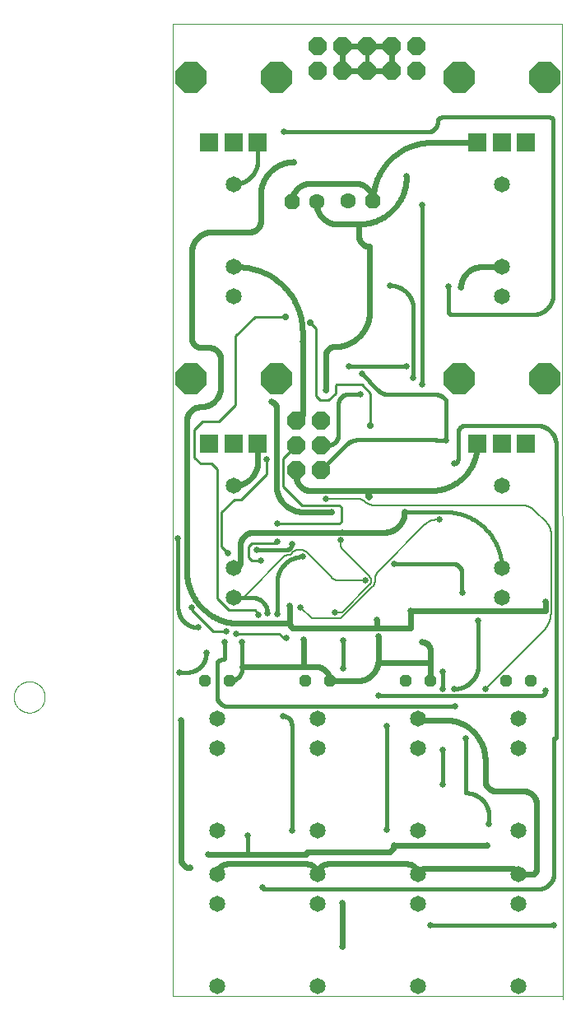
<source format=gtl>
G75*
%MOIN*%
%OFA0B0*%
%FSLAX25Y25*%
%IPPOS*%
%LPD*%
%AMOC8*
5,1,8,0,0,1.08239X$1,22.5*
%
%ADD10C,0.00000*%
%ADD11R,0.07400X0.07400*%
%ADD12OC8,0.12661*%
%ADD13OC8,0.07400*%
%ADD14C,0.06496*%
%ADD15OC8,0.06300*%
%ADD16C,0.06300*%
%ADD17OC8,0.04800*%
%ADD18C,0.02400*%
%ADD19C,0.02581*%
%ADD20C,0.01600*%
%ADD21C,0.00600*%
%ADD22C,0.01000*%
%ADD23OC8,0.02581*%
D10*
X0065737Y0002417D02*
X0223217Y0002417D01*
X0223493Y0001000D02*
X0223178Y0396000D01*
X0223217Y0396118D02*
X0065737Y0396118D01*
X0065737Y0002417D01*
X0001150Y0123520D02*
X0001152Y0123678D01*
X0001158Y0123836D01*
X0001168Y0123994D01*
X0001182Y0124152D01*
X0001200Y0124309D01*
X0001221Y0124466D01*
X0001247Y0124622D01*
X0001277Y0124778D01*
X0001310Y0124933D01*
X0001348Y0125086D01*
X0001389Y0125239D01*
X0001434Y0125391D01*
X0001483Y0125542D01*
X0001536Y0125691D01*
X0001592Y0125839D01*
X0001652Y0125985D01*
X0001716Y0126130D01*
X0001784Y0126273D01*
X0001855Y0126415D01*
X0001929Y0126555D01*
X0002007Y0126692D01*
X0002089Y0126828D01*
X0002173Y0126962D01*
X0002262Y0127093D01*
X0002353Y0127222D01*
X0002448Y0127349D01*
X0002545Y0127474D01*
X0002646Y0127596D01*
X0002750Y0127715D01*
X0002857Y0127832D01*
X0002967Y0127946D01*
X0003080Y0128057D01*
X0003195Y0128166D01*
X0003313Y0128271D01*
X0003434Y0128373D01*
X0003557Y0128473D01*
X0003683Y0128569D01*
X0003811Y0128662D01*
X0003941Y0128752D01*
X0004074Y0128838D01*
X0004209Y0128922D01*
X0004345Y0129001D01*
X0004484Y0129078D01*
X0004625Y0129150D01*
X0004767Y0129220D01*
X0004911Y0129285D01*
X0005057Y0129347D01*
X0005204Y0129405D01*
X0005353Y0129460D01*
X0005503Y0129511D01*
X0005654Y0129558D01*
X0005806Y0129601D01*
X0005959Y0129640D01*
X0006114Y0129676D01*
X0006269Y0129707D01*
X0006425Y0129735D01*
X0006581Y0129759D01*
X0006738Y0129779D01*
X0006896Y0129795D01*
X0007053Y0129807D01*
X0007212Y0129815D01*
X0007370Y0129819D01*
X0007528Y0129819D01*
X0007686Y0129815D01*
X0007845Y0129807D01*
X0008002Y0129795D01*
X0008160Y0129779D01*
X0008317Y0129759D01*
X0008473Y0129735D01*
X0008629Y0129707D01*
X0008784Y0129676D01*
X0008939Y0129640D01*
X0009092Y0129601D01*
X0009244Y0129558D01*
X0009395Y0129511D01*
X0009545Y0129460D01*
X0009694Y0129405D01*
X0009841Y0129347D01*
X0009987Y0129285D01*
X0010131Y0129220D01*
X0010273Y0129150D01*
X0010414Y0129078D01*
X0010553Y0129001D01*
X0010689Y0128922D01*
X0010824Y0128838D01*
X0010957Y0128752D01*
X0011087Y0128662D01*
X0011215Y0128569D01*
X0011341Y0128473D01*
X0011464Y0128373D01*
X0011585Y0128271D01*
X0011703Y0128166D01*
X0011818Y0128057D01*
X0011931Y0127946D01*
X0012041Y0127832D01*
X0012148Y0127715D01*
X0012252Y0127596D01*
X0012353Y0127474D01*
X0012450Y0127349D01*
X0012545Y0127222D01*
X0012636Y0127093D01*
X0012725Y0126962D01*
X0012809Y0126828D01*
X0012891Y0126692D01*
X0012969Y0126555D01*
X0013043Y0126415D01*
X0013114Y0126273D01*
X0013182Y0126130D01*
X0013246Y0125985D01*
X0013306Y0125839D01*
X0013362Y0125691D01*
X0013415Y0125542D01*
X0013464Y0125391D01*
X0013509Y0125239D01*
X0013550Y0125086D01*
X0013588Y0124933D01*
X0013621Y0124778D01*
X0013651Y0124622D01*
X0013677Y0124466D01*
X0013698Y0124309D01*
X0013716Y0124152D01*
X0013730Y0123994D01*
X0013740Y0123836D01*
X0013746Y0123678D01*
X0013748Y0123520D01*
X0013746Y0123362D01*
X0013740Y0123204D01*
X0013730Y0123046D01*
X0013716Y0122888D01*
X0013698Y0122731D01*
X0013677Y0122574D01*
X0013651Y0122418D01*
X0013621Y0122262D01*
X0013588Y0122107D01*
X0013550Y0121954D01*
X0013509Y0121801D01*
X0013464Y0121649D01*
X0013415Y0121498D01*
X0013362Y0121349D01*
X0013306Y0121201D01*
X0013246Y0121055D01*
X0013182Y0120910D01*
X0013114Y0120767D01*
X0013043Y0120625D01*
X0012969Y0120485D01*
X0012891Y0120348D01*
X0012809Y0120212D01*
X0012725Y0120078D01*
X0012636Y0119947D01*
X0012545Y0119818D01*
X0012450Y0119691D01*
X0012353Y0119566D01*
X0012252Y0119444D01*
X0012148Y0119325D01*
X0012041Y0119208D01*
X0011931Y0119094D01*
X0011818Y0118983D01*
X0011703Y0118874D01*
X0011585Y0118769D01*
X0011464Y0118667D01*
X0011341Y0118567D01*
X0011215Y0118471D01*
X0011087Y0118378D01*
X0010957Y0118288D01*
X0010824Y0118202D01*
X0010689Y0118118D01*
X0010553Y0118039D01*
X0010414Y0117962D01*
X0010273Y0117890D01*
X0010131Y0117820D01*
X0009987Y0117755D01*
X0009841Y0117693D01*
X0009694Y0117635D01*
X0009545Y0117580D01*
X0009395Y0117529D01*
X0009244Y0117482D01*
X0009092Y0117439D01*
X0008939Y0117400D01*
X0008784Y0117364D01*
X0008629Y0117333D01*
X0008473Y0117305D01*
X0008317Y0117281D01*
X0008160Y0117261D01*
X0008002Y0117245D01*
X0007845Y0117233D01*
X0007686Y0117225D01*
X0007528Y0117221D01*
X0007370Y0117221D01*
X0007212Y0117225D01*
X0007053Y0117233D01*
X0006896Y0117245D01*
X0006738Y0117261D01*
X0006581Y0117281D01*
X0006425Y0117305D01*
X0006269Y0117333D01*
X0006114Y0117364D01*
X0005959Y0117400D01*
X0005806Y0117439D01*
X0005654Y0117482D01*
X0005503Y0117529D01*
X0005353Y0117580D01*
X0005204Y0117635D01*
X0005057Y0117693D01*
X0004911Y0117755D01*
X0004767Y0117820D01*
X0004625Y0117890D01*
X0004484Y0117962D01*
X0004345Y0118039D01*
X0004209Y0118118D01*
X0004074Y0118202D01*
X0003941Y0118288D01*
X0003811Y0118378D01*
X0003683Y0118471D01*
X0003557Y0118567D01*
X0003434Y0118667D01*
X0003313Y0118769D01*
X0003195Y0118874D01*
X0003080Y0118983D01*
X0002967Y0119094D01*
X0002857Y0119208D01*
X0002750Y0119325D01*
X0002646Y0119444D01*
X0002545Y0119566D01*
X0002448Y0119691D01*
X0002353Y0119818D01*
X0002262Y0119947D01*
X0002173Y0120078D01*
X0002089Y0120212D01*
X0002007Y0120348D01*
X0001929Y0120485D01*
X0001855Y0120625D01*
X0001784Y0120767D01*
X0001716Y0120910D01*
X0001652Y0121055D01*
X0001592Y0121201D01*
X0001536Y0121349D01*
X0001483Y0121498D01*
X0001434Y0121649D01*
X0001389Y0121801D01*
X0001348Y0121954D01*
X0001310Y0122107D01*
X0001277Y0122262D01*
X0001247Y0122418D01*
X0001221Y0122574D01*
X0001200Y0122731D01*
X0001182Y0122888D01*
X0001168Y0123046D01*
X0001158Y0123204D01*
X0001152Y0123362D01*
X0001150Y0123520D01*
D11*
X0080304Y0226039D03*
X0090146Y0226039D03*
X0099989Y0226039D03*
X0099989Y0348087D03*
X0090146Y0348087D03*
X0080304Y0348087D03*
X0188965Y0348087D03*
X0198807Y0348087D03*
X0208650Y0348087D03*
X0208650Y0226039D03*
X0198807Y0226039D03*
X0188965Y0226039D03*
D12*
X0181485Y0252417D03*
X0216130Y0252417D03*
X0216130Y0374465D03*
X0181485Y0374465D03*
X0107469Y0374465D03*
X0072823Y0374465D03*
X0072823Y0252417D03*
X0107469Y0252417D03*
D13*
X0115599Y0235409D03*
X0115599Y0225409D03*
X0115599Y0215409D03*
X0125599Y0215409D03*
X0125599Y0225409D03*
X0125599Y0235409D03*
X0124201Y0377220D03*
X0124201Y0387220D03*
X0134201Y0387220D03*
X0134201Y0377220D03*
X0144201Y0377220D03*
X0144201Y0387220D03*
X0154201Y0387220D03*
X0154201Y0377220D03*
X0164201Y0377220D03*
X0164201Y0387220D03*
D14*
X0198807Y0331157D03*
X0198807Y0297693D03*
X0198807Y0285882D03*
X0198807Y0209110D03*
X0198807Y0175646D03*
X0198807Y0163835D03*
X0205500Y0114622D03*
X0205500Y0102811D03*
X0205500Y0069346D03*
X0205500Y0051630D03*
X0205500Y0039819D03*
X0205500Y0006354D03*
X0164819Y0006354D03*
X0164819Y0039819D03*
X0164819Y0051630D03*
X0164819Y0069346D03*
X0164819Y0102811D03*
X0164819Y0114622D03*
X0124134Y0114622D03*
X0124134Y0102811D03*
X0124134Y0069346D03*
X0124134Y0051630D03*
X0124134Y0039819D03*
X0124134Y0006354D03*
X0083453Y0006354D03*
X0083453Y0039819D03*
X0083453Y0051630D03*
X0083453Y0069346D03*
X0083453Y0102811D03*
X0083453Y0114622D03*
X0090146Y0163835D03*
X0090146Y0175646D03*
X0090146Y0209110D03*
X0090146Y0285882D03*
X0090146Y0297693D03*
X0090146Y0331157D03*
D15*
X0113788Y0323992D03*
X0146662Y0324366D03*
D16*
X0136662Y0324366D03*
X0123788Y0323992D03*
D17*
X0119134Y0130055D03*
X0129134Y0130055D03*
X0159819Y0130055D03*
X0169819Y0130055D03*
X0200500Y0130055D03*
X0210500Y0130055D03*
X0088453Y0130055D03*
X0078453Y0130055D03*
D18*
X0068886Y0114228D02*
X0068886Y0057929D01*
X0068887Y0057929D02*
X0068889Y0057813D01*
X0068895Y0057697D01*
X0068904Y0057582D01*
X0068917Y0057467D01*
X0068934Y0057352D01*
X0068955Y0057238D01*
X0068980Y0057124D01*
X0069008Y0057012D01*
X0069040Y0056901D01*
X0069075Y0056790D01*
X0069114Y0056681D01*
X0069157Y0056573D01*
X0069203Y0056467D01*
X0069252Y0056362D01*
X0069305Y0056259D01*
X0069362Y0056157D01*
X0069421Y0056058D01*
X0069484Y0055961D01*
X0069550Y0055865D01*
X0069619Y0055772D01*
X0069691Y0055681D01*
X0069766Y0055593D01*
X0069844Y0055507D01*
X0069925Y0055424D01*
X0070008Y0055343D01*
X0070094Y0055265D01*
X0070182Y0055190D01*
X0070273Y0055118D01*
X0070366Y0055049D01*
X0070462Y0054983D01*
X0070559Y0054920D01*
X0070659Y0054861D01*
X0070760Y0054804D01*
X0070863Y0054751D01*
X0070968Y0054702D01*
X0071074Y0054656D01*
X0071182Y0054613D01*
X0071291Y0054574D01*
X0071402Y0054539D01*
X0071513Y0054507D01*
X0071625Y0054479D01*
X0071739Y0054454D01*
X0071853Y0054433D01*
X0071968Y0054416D01*
X0072083Y0054403D01*
X0072198Y0054394D01*
X0072314Y0054388D01*
X0072430Y0054386D01*
X0079910Y0059898D02*
X0096052Y0059898D01*
X0119280Y0059898D01*
X0119334Y0059900D01*
X0119387Y0059905D01*
X0119440Y0059914D01*
X0119492Y0059927D01*
X0119544Y0059943D01*
X0119594Y0059963D01*
X0119642Y0059986D01*
X0119689Y0060013D01*
X0119734Y0060042D01*
X0119777Y0060075D01*
X0119817Y0060110D01*
X0119855Y0060148D01*
X0119890Y0060188D01*
X0119923Y0060231D01*
X0119952Y0060276D01*
X0119979Y0060323D01*
X0120002Y0060371D01*
X0120022Y0060421D01*
X0120038Y0060473D01*
X0120051Y0060525D01*
X0120060Y0060578D01*
X0120065Y0060631D01*
X0120067Y0060685D01*
X0152351Y0060685D01*
X0152454Y0060687D01*
X0152557Y0060693D01*
X0152660Y0060702D01*
X0152762Y0060716D01*
X0152863Y0060733D01*
X0152964Y0060754D01*
X0153064Y0060779D01*
X0153163Y0060807D01*
X0153261Y0060840D01*
X0153358Y0060876D01*
X0153453Y0060915D01*
X0153547Y0060958D01*
X0153639Y0061004D01*
X0153729Y0061054D01*
X0153817Y0061107D01*
X0153904Y0061164D01*
X0153988Y0061224D01*
X0154069Y0061286D01*
X0154149Y0061352D01*
X0154226Y0061421D01*
X0154300Y0061492D01*
X0154371Y0061566D01*
X0154440Y0061643D01*
X0154506Y0061723D01*
X0154568Y0061804D01*
X0154628Y0061888D01*
X0154685Y0061975D01*
X0154738Y0062063D01*
X0154788Y0062153D01*
X0154834Y0062245D01*
X0154877Y0062339D01*
X0154916Y0062434D01*
X0154952Y0062531D01*
X0154985Y0062629D01*
X0155013Y0062728D01*
X0155038Y0062828D01*
X0155059Y0062929D01*
X0155076Y0063030D01*
X0155090Y0063132D01*
X0155099Y0063235D01*
X0155105Y0063338D01*
X0155107Y0063441D01*
X0192902Y0063441D01*
X0203138Y0053992D02*
X0167181Y0053992D01*
X0167086Y0053990D01*
X0166991Y0053984D01*
X0166896Y0053975D01*
X0166802Y0053961D01*
X0166709Y0053944D01*
X0166616Y0053923D01*
X0166524Y0053899D01*
X0166433Y0053870D01*
X0166343Y0053839D01*
X0166255Y0053803D01*
X0166168Y0053764D01*
X0166083Y0053721D01*
X0166000Y0053676D01*
X0165919Y0053626D01*
X0165839Y0053574D01*
X0165762Y0053518D01*
X0165687Y0053460D01*
X0165615Y0053398D01*
X0165545Y0053333D01*
X0165478Y0053266D01*
X0165413Y0053196D01*
X0165351Y0053124D01*
X0165293Y0053049D01*
X0165237Y0052972D01*
X0165185Y0052892D01*
X0165135Y0052811D01*
X0165090Y0052728D01*
X0165047Y0052643D01*
X0165008Y0052556D01*
X0164972Y0052468D01*
X0164941Y0052378D01*
X0164912Y0052287D01*
X0164888Y0052195D01*
X0164867Y0052102D01*
X0164850Y0052009D01*
X0164836Y0051915D01*
X0164827Y0051820D01*
X0164821Y0051725D01*
X0164819Y0051630D01*
X0164820Y0051630D02*
X0164818Y0051761D01*
X0164812Y0051891D01*
X0164802Y0052022D01*
X0164788Y0052152D01*
X0164771Y0052282D01*
X0164749Y0052411D01*
X0164724Y0052539D01*
X0164694Y0052666D01*
X0164661Y0052793D01*
X0164624Y0052918D01*
X0164583Y0053043D01*
X0164539Y0053166D01*
X0164490Y0053287D01*
X0164438Y0053407D01*
X0164383Y0053526D01*
X0164324Y0053643D01*
X0164261Y0053758D01*
X0164195Y0053871D01*
X0164126Y0053982D01*
X0164053Y0054090D01*
X0163977Y0054197D01*
X0163898Y0054301D01*
X0163816Y0054403D01*
X0163731Y0054502D01*
X0163643Y0054599D01*
X0163551Y0054692D01*
X0163458Y0054784D01*
X0163361Y0054872D01*
X0163262Y0054957D01*
X0163160Y0055039D01*
X0163056Y0055118D01*
X0162949Y0055194D01*
X0162841Y0055267D01*
X0162730Y0055336D01*
X0162617Y0055402D01*
X0162502Y0055465D01*
X0162385Y0055524D01*
X0162266Y0055579D01*
X0162146Y0055631D01*
X0162025Y0055680D01*
X0161902Y0055724D01*
X0161777Y0055765D01*
X0161652Y0055802D01*
X0161525Y0055835D01*
X0161398Y0055865D01*
X0161270Y0055890D01*
X0161141Y0055912D01*
X0161011Y0055929D01*
X0160881Y0055943D01*
X0160750Y0055953D01*
X0160620Y0055959D01*
X0160489Y0055961D01*
X0128465Y0055961D01*
X0128334Y0055959D01*
X0128204Y0055953D01*
X0128073Y0055943D01*
X0127943Y0055929D01*
X0127813Y0055912D01*
X0127684Y0055890D01*
X0127556Y0055865D01*
X0127429Y0055835D01*
X0127302Y0055802D01*
X0127177Y0055765D01*
X0127052Y0055724D01*
X0126929Y0055680D01*
X0126808Y0055631D01*
X0126688Y0055579D01*
X0126569Y0055524D01*
X0126452Y0055465D01*
X0126337Y0055402D01*
X0126224Y0055336D01*
X0126113Y0055267D01*
X0126005Y0055194D01*
X0125898Y0055118D01*
X0125794Y0055039D01*
X0125692Y0054957D01*
X0125593Y0054872D01*
X0125496Y0054784D01*
X0125403Y0054692D01*
X0125311Y0054599D01*
X0125223Y0054502D01*
X0125138Y0054403D01*
X0125056Y0054301D01*
X0124977Y0054197D01*
X0124901Y0054090D01*
X0124828Y0053982D01*
X0124759Y0053871D01*
X0124693Y0053758D01*
X0124630Y0053643D01*
X0124571Y0053526D01*
X0124516Y0053407D01*
X0124464Y0053287D01*
X0124415Y0053166D01*
X0124371Y0053043D01*
X0124330Y0052918D01*
X0124293Y0052793D01*
X0124260Y0052666D01*
X0124230Y0052539D01*
X0124205Y0052411D01*
X0124183Y0052282D01*
X0124166Y0052152D01*
X0124152Y0052022D01*
X0124142Y0051891D01*
X0124136Y0051761D01*
X0124134Y0051630D01*
X0124135Y0051630D02*
X0124133Y0051761D01*
X0124127Y0051891D01*
X0124117Y0052022D01*
X0124103Y0052152D01*
X0124086Y0052282D01*
X0124064Y0052411D01*
X0124039Y0052539D01*
X0124009Y0052666D01*
X0123976Y0052793D01*
X0123939Y0052918D01*
X0123898Y0053043D01*
X0123854Y0053166D01*
X0123805Y0053287D01*
X0123753Y0053407D01*
X0123698Y0053526D01*
X0123639Y0053643D01*
X0123576Y0053758D01*
X0123510Y0053871D01*
X0123441Y0053982D01*
X0123368Y0054090D01*
X0123292Y0054197D01*
X0123213Y0054301D01*
X0123131Y0054403D01*
X0123046Y0054502D01*
X0122958Y0054599D01*
X0122866Y0054692D01*
X0122773Y0054784D01*
X0122676Y0054872D01*
X0122577Y0054957D01*
X0122475Y0055039D01*
X0122371Y0055118D01*
X0122264Y0055194D01*
X0122156Y0055267D01*
X0122045Y0055336D01*
X0121932Y0055402D01*
X0121817Y0055465D01*
X0121700Y0055524D01*
X0121581Y0055579D01*
X0121461Y0055631D01*
X0121340Y0055680D01*
X0121217Y0055724D01*
X0121092Y0055765D01*
X0120967Y0055802D01*
X0120840Y0055835D01*
X0120713Y0055865D01*
X0120585Y0055890D01*
X0120456Y0055912D01*
X0120326Y0055929D01*
X0120196Y0055943D01*
X0120065Y0055953D01*
X0119935Y0055959D01*
X0119804Y0055961D01*
X0087784Y0055961D01*
X0087653Y0055959D01*
X0087523Y0055953D01*
X0087392Y0055943D01*
X0087262Y0055929D01*
X0087132Y0055912D01*
X0087003Y0055890D01*
X0086875Y0055865D01*
X0086748Y0055835D01*
X0086621Y0055802D01*
X0086496Y0055765D01*
X0086371Y0055724D01*
X0086248Y0055680D01*
X0086127Y0055631D01*
X0086007Y0055579D01*
X0085888Y0055524D01*
X0085771Y0055465D01*
X0085656Y0055402D01*
X0085543Y0055336D01*
X0085432Y0055267D01*
X0085324Y0055194D01*
X0085217Y0055118D01*
X0085113Y0055039D01*
X0085011Y0054957D01*
X0084912Y0054872D01*
X0084815Y0054784D01*
X0084722Y0054692D01*
X0084630Y0054599D01*
X0084542Y0054502D01*
X0084457Y0054403D01*
X0084375Y0054301D01*
X0084296Y0054197D01*
X0084220Y0054090D01*
X0084147Y0053982D01*
X0084078Y0053871D01*
X0084012Y0053758D01*
X0083949Y0053643D01*
X0083890Y0053526D01*
X0083835Y0053407D01*
X0083783Y0053287D01*
X0083734Y0053166D01*
X0083690Y0053043D01*
X0083649Y0052918D01*
X0083612Y0052793D01*
X0083579Y0052666D01*
X0083549Y0052539D01*
X0083524Y0052411D01*
X0083502Y0052282D01*
X0083485Y0052152D01*
X0083471Y0052022D01*
X0083461Y0051891D01*
X0083455Y0051761D01*
X0083453Y0051630D01*
X0129134Y0130055D02*
X0129132Y0130208D01*
X0129126Y0130360D01*
X0129116Y0130512D01*
X0129102Y0130664D01*
X0129084Y0130816D01*
X0129062Y0130967D01*
X0129036Y0131117D01*
X0129007Y0131267D01*
X0128973Y0131415D01*
X0128935Y0131563D01*
X0128894Y0131710D01*
X0128849Y0131856D01*
X0128800Y0132000D01*
X0128747Y0132143D01*
X0128690Y0132285D01*
X0128630Y0132425D01*
X0128566Y0132564D01*
X0128499Y0132700D01*
X0128428Y0132835D01*
X0128353Y0132969D01*
X0128275Y0133100D01*
X0128194Y0133229D01*
X0128109Y0133355D01*
X0128021Y0133480D01*
X0127930Y0133602D01*
X0127835Y0133722D01*
X0127738Y0133839D01*
X0127637Y0133954D01*
X0127534Y0134066D01*
X0127427Y0134175D01*
X0127318Y0134282D01*
X0127206Y0134385D01*
X0127091Y0134486D01*
X0126974Y0134583D01*
X0126854Y0134678D01*
X0126732Y0134769D01*
X0126607Y0134857D01*
X0126481Y0134942D01*
X0126352Y0135023D01*
X0126221Y0135101D01*
X0126087Y0135176D01*
X0125952Y0135247D01*
X0125816Y0135314D01*
X0125677Y0135378D01*
X0125537Y0135438D01*
X0125395Y0135495D01*
X0125252Y0135548D01*
X0125108Y0135597D01*
X0124962Y0135642D01*
X0124815Y0135683D01*
X0124667Y0135721D01*
X0124519Y0135755D01*
X0124369Y0135784D01*
X0124219Y0135810D01*
X0124068Y0135832D01*
X0123916Y0135850D01*
X0123764Y0135864D01*
X0123612Y0135874D01*
X0123460Y0135880D01*
X0123307Y0135882D01*
X0118099Y0135882D01*
X0093689Y0135882D01*
X0092390Y0153323D02*
X0113040Y0153323D01*
X0113027Y0153324D01*
X0113014Y0153329D01*
X0113003Y0153336D01*
X0112994Y0153345D01*
X0112987Y0153356D01*
X0112982Y0153369D01*
X0112981Y0153382D01*
X0112981Y0160291D01*
X0113039Y0153323D02*
X0113041Y0153237D01*
X0113046Y0153151D01*
X0113056Y0153066D01*
X0113069Y0152981D01*
X0113086Y0152897D01*
X0113106Y0152813D01*
X0113130Y0152731D01*
X0113158Y0152650D01*
X0113189Y0152569D01*
X0113223Y0152491D01*
X0113261Y0152414D01*
X0113303Y0152339D01*
X0113347Y0152265D01*
X0113395Y0152194D01*
X0113446Y0152124D01*
X0113500Y0152057D01*
X0113556Y0151993D01*
X0113616Y0151931D01*
X0113678Y0151871D01*
X0113742Y0151815D01*
X0113809Y0151761D01*
X0113879Y0151710D01*
X0113950Y0151662D01*
X0114024Y0151618D01*
X0114099Y0151576D01*
X0114176Y0151538D01*
X0114254Y0151504D01*
X0114335Y0151473D01*
X0114416Y0151445D01*
X0114498Y0151421D01*
X0114582Y0151401D01*
X0114666Y0151384D01*
X0114751Y0151371D01*
X0114836Y0151361D01*
X0114922Y0151356D01*
X0115008Y0151354D01*
X0148414Y0151354D01*
X0148414Y0154780D01*
X0148414Y0151354D02*
X0161504Y0151354D01*
X0161504Y0151355D02*
X0161537Y0151357D01*
X0161570Y0151362D01*
X0161601Y0151372D01*
X0161632Y0151384D01*
X0161661Y0151400D01*
X0161688Y0151419D01*
X0161713Y0151441D01*
X0161735Y0151466D01*
X0161754Y0151493D01*
X0161770Y0151522D01*
X0161782Y0151553D01*
X0161792Y0151584D01*
X0161797Y0151617D01*
X0161799Y0151650D01*
X0161800Y0151650D02*
X0161800Y0158323D01*
X0161802Y0158345D01*
X0161806Y0158367D01*
X0161814Y0158388D01*
X0161825Y0158408D01*
X0161838Y0158426D01*
X0161854Y0158442D01*
X0161872Y0158455D01*
X0161892Y0158466D01*
X0161913Y0158474D01*
X0161935Y0158478D01*
X0161957Y0158480D01*
X0216485Y0158480D01*
X0216485Y0158481D02*
X0216495Y0158482D01*
X0216505Y0158486D01*
X0216513Y0158492D01*
X0216519Y0158501D01*
X0216523Y0158510D01*
X0216524Y0158520D01*
X0216524Y0162260D01*
X0192115Y0098087D02*
X0192115Y0089819D01*
X0192114Y0089819D02*
X0192116Y0089688D01*
X0192122Y0089558D01*
X0192132Y0089427D01*
X0192146Y0089297D01*
X0192163Y0089167D01*
X0192185Y0089038D01*
X0192210Y0088910D01*
X0192240Y0088783D01*
X0192273Y0088656D01*
X0192310Y0088531D01*
X0192351Y0088406D01*
X0192395Y0088283D01*
X0192444Y0088162D01*
X0192496Y0088042D01*
X0192551Y0087923D01*
X0192610Y0087806D01*
X0192673Y0087691D01*
X0192739Y0087578D01*
X0192808Y0087467D01*
X0192881Y0087359D01*
X0192957Y0087252D01*
X0193036Y0087148D01*
X0193118Y0087046D01*
X0193203Y0086947D01*
X0193291Y0086850D01*
X0193383Y0086757D01*
X0193476Y0086665D01*
X0193573Y0086577D01*
X0193672Y0086492D01*
X0193774Y0086410D01*
X0193878Y0086331D01*
X0193985Y0086255D01*
X0194093Y0086182D01*
X0194204Y0086113D01*
X0194317Y0086047D01*
X0194432Y0085984D01*
X0194549Y0085925D01*
X0194668Y0085870D01*
X0194788Y0085818D01*
X0194909Y0085769D01*
X0195032Y0085725D01*
X0195157Y0085684D01*
X0195282Y0085647D01*
X0195409Y0085614D01*
X0195536Y0085584D01*
X0195664Y0085559D01*
X0195793Y0085537D01*
X0195923Y0085520D01*
X0196053Y0085506D01*
X0196184Y0085496D01*
X0196314Y0085490D01*
X0196445Y0085488D01*
X0207469Y0085488D01*
X0207616Y0085486D01*
X0207762Y0085480D01*
X0207909Y0085470D01*
X0208055Y0085457D01*
X0208201Y0085439D01*
X0208346Y0085418D01*
X0208490Y0085393D01*
X0208634Y0085363D01*
X0208777Y0085331D01*
X0208919Y0085294D01*
X0209060Y0085253D01*
X0209200Y0085209D01*
X0209339Y0085161D01*
X0209476Y0085110D01*
X0209612Y0085054D01*
X0209747Y0084995D01*
X0209879Y0084933D01*
X0210011Y0084867D01*
X0210140Y0084798D01*
X0210267Y0084725D01*
X0210393Y0084649D01*
X0210516Y0084569D01*
X0210637Y0084486D01*
X0210756Y0084401D01*
X0210873Y0084311D01*
X0210987Y0084219D01*
X0211099Y0084124D01*
X0211208Y0084026D01*
X0211314Y0083925D01*
X0211418Y0083821D01*
X0211519Y0083715D01*
X0211617Y0083606D01*
X0211712Y0083494D01*
X0211804Y0083380D01*
X0211894Y0083263D01*
X0211979Y0083144D01*
X0212062Y0083023D01*
X0212142Y0082900D01*
X0212218Y0082774D01*
X0212291Y0082647D01*
X0212360Y0082518D01*
X0212426Y0082386D01*
X0212488Y0082254D01*
X0212547Y0082119D01*
X0212603Y0081983D01*
X0212654Y0081846D01*
X0212702Y0081707D01*
X0212746Y0081567D01*
X0212787Y0081426D01*
X0212824Y0081284D01*
X0212856Y0081141D01*
X0212886Y0080997D01*
X0212911Y0080853D01*
X0212932Y0080708D01*
X0212950Y0080562D01*
X0212963Y0080416D01*
X0212973Y0080269D01*
X0212979Y0080123D01*
X0212981Y0079976D01*
X0212981Y0053992D01*
X0212979Y0053897D01*
X0212973Y0053802D01*
X0212964Y0053707D01*
X0212950Y0053613D01*
X0212933Y0053520D01*
X0212912Y0053427D01*
X0212888Y0053335D01*
X0212859Y0053244D01*
X0212828Y0053154D01*
X0212792Y0053066D01*
X0212753Y0052979D01*
X0212710Y0052894D01*
X0212665Y0052811D01*
X0212615Y0052730D01*
X0212563Y0052650D01*
X0212507Y0052573D01*
X0212449Y0052498D01*
X0212387Y0052426D01*
X0212322Y0052356D01*
X0212255Y0052289D01*
X0212185Y0052224D01*
X0212113Y0052162D01*
X0212038Y0052104D01*
X0211961Y0052048D01*
X0211881Y0051996D01*
X0211800Y0051946D01*
X0211717Y0051901D01*
X0211632Y0051858D01*
X0211545Y0051819D01*
X0211457Y0051783D01*
X0211367Y0051752D01*
X0211276Y0051723D01*
X0211184Y0051699D01*
X0211091Y0051678D01*
X0210998Y0051661D01*
X0210904Y0051647D01*
X0210809Y0051638D01*
X0210714Y0051632D01*
X0210619Y0051630D01*
X0205500Y0051630D01*
X0208650Y0051630D01*
X0205500Y0051630D02*
X0205498Y0051725D01*
X0205492Y0051820D01*
X0205483Y0051915D01*
X0205469Y0052009D01*
X0205452Y0052102D01*
X0205431Y0052195D01*
X0205407Y0052287D01*
X0205378Y0052378D01*
X0205347Y0052468D01*
X0205311Y0052556D01*
X0205272Y0052643D01*
X0205229Y0052728D01*
X0205184Y0052811D01*
X0205134Y0052892D01*
X0205082Y0052972D01*
X0205026Y0053049D01*
X0204968Y0053124D01*
X0204906Y0053196D01*
X0204841Y0053266D01*
X0204774Y0053333D01*
X0204704Y0053398D01*
X0204632Y0053460D01*
X0204557Y0053518D01*
X0204480Y0053574D01*
X0204400Y0053626D01*
X0204319Y0053676D01*
X0204236Y0053721D01*
X0204151Y0053764D01*
X0204064Y0053803D01*
X0203976Y0053839D01*
X0203886Y0053870D01*
X0203795Y0053899D01*
X0203703Y0053923D01*
X0203610Y0053944D01*
X0203517Y0053961D01*
X0203423Y0053975D01*
X0203328Y0053984D01*
X0203233Y0053990D01*
X0203138Y0053992D01*
X0192115Y0098087D02*
X0192110Y0098477D01*
X0192096Y0098867D01*
X0192073Y0099256D01*
X0192040Y0099645D01*
X0191997Y0100033D01*
X0191946Y0100419D01*
X0191885Y0100805D01*
X0191814Y0101188D01*
X0191735Y0101570D01*
X0191646Y0101950D01*
X0191548Y0102328D01*
X0191441Y0102703D01*
X0191325Y0103075D01*
X0191200Y0103445D01*
X0191066Y0103811D01*
X0190923Y0104174D01*
X0190772Y0104534D01*
X0190612Y0104889D01*
X0190443Y0105241D01*
X0190266Y0105589D01*
X0190081Y0105932D01*
X0189887Y0106270D01*
X0189685Y0106604D01*
X0189475Y0106933D01*
X0189258Y0107257D01*
X0189032Y0107575D01*
X0188799Y0107888D01*
X0188559Y0108195D01*
X0188311Y0108496D01*
X0188055Y0108791D01*
X0187793Y0109080D01*
X0187524Y0109362D01*
X0187248Y0109638D01*
X0186966Y0109907D01*
X0186677Y0110169D01*
X0186382Y0110425D01*
X0186081Y0110673D01*
X0185774Y0110913D01*
X0185461Y0111146D01*
X0185143Y0111372D01*
X0184819Y0111589D01*
X0184490Y0111799D01*
X0184156Y0112001D01*
X0183818Y0112195D01*
X0183475Y0112380D01*
X0183127Y0112557D01*
X0182775Y0112726D01*
X0182420Y0112886D01*
X0182060Y0113037D01*
X0181697Y0113180D01*
X0181331Y0113314D01*
X0180961Y0113439D01*
X0180589Y0113555D01*
X0180214Y0113662D01*
X0179836Y0113760D01*
X0179456Y0113849D01*
X0179074Y0113928D01*
X0178691Y0113999D01*
X0178305Y0114060D01*
X0177919Y0114111D01*
X0177531Y0114154D01*
X0177142Y0114187D01*
X0176753Y0114210D01*
X0176363Y0114224D01*
X0175973Y0114229D01*
X0175973Y0114228D02*
X0165213Y0114228D01*
X0165174Y0114230D01*
X0165136Y0114236D01*
X0165099Y0114245D01*
X0165062Y0114258D01*
X0165027Y0114275D01*
X0164994Y0114294D01*
X0164963Y0114317D01*
X0164934Y0114343D01*
X0164908Y0114372D01*
X0164885Y0114403D01*
X0164866Y0114436D01*
X0164849Y0114471D01*
X0164836Y0114508D01*
X0164827Y0114545D01*
X0164821Y0114583D01*
X0164819Y0114622D01*
X0169819Y0130055D02*
X0169819Y0137457D01*
X0149989Y0137457D01*
X0149923Y0137459D01*
X0149857Y0137464D01*
X0149791Y0137474D01*
X0149726Y0137487D01*
X0149662Y0137503D01*
X0149599Y0137523D01*
X0149537Y0137547D01*
X0149477Y0137574D01*
X0149418Y0137604D01*
X0149361Y0137638D01*
X0149306Y0137675D01*
X0149253Y0137715D01*
X0149202Y0137757D01*
X0149154Y0137803D01*
X0149108Y0137851D01*
X0149066Y0137902D01*
X0149026Y0137955D01*
X0148989Y0138010D01*
X0148955Y0138067D01*
X0148925Y0138126D01*
X0148898Y0138186D01*
X0148874Y0138248D01*
X0148854Y0138311D01*
X0148838Y0138375D01*
X0148825Y0138440D01*
X0148815Y0138506D01*
X0148810Y0138572D01*
X0148808Y0138638D01*
X0148807Y0138638D02*
X0148807Y0148087D01*
X0148808Y0138638D02*
X0148805Y0138431D01*
X0148798Y0138223D01*
X0148785Y0138016D01*
X0148768Y0137810D01*
X0148745Y0137603D01*
X0148718Y0137398D01*
X0148685Y0137193D01*
X0148648Y0136989D01*
X0148606Y0136786D01*
X0148559Y0136584D01*
X0148507Y0136383D01*
X0148450Y0136184D01*
X0148388Y0135986D01*
X0148321Y0135789D01*
X0148250Y0135594D01*
X0148174Y0135401D01*
X0148094Y0135210D01*
X0148009Y0135021D01*
X0147919Y0134834D01*
X0147825Y0134649D01*
X0147726Y0134467D01*
X0147623Y0134287D01*
X0147516Y0134109D01*
X0147404Y0133934D01*
X0147289Y0133762D01*
X0147169Y0133593D01*
X0147045Y0133427D01*
X0146917Y0133263D01*
X0146785Y0133103D01*
X0146649Y0132946D01*
X0146510Y0132793D01*
X0146367Y0132643D01*
X0146220Y0132496D01*
X0146070Y0132353D01*
X0145917Y0132214D01*
X0145760Y0132078D01*
X0145600Y0131946D01*
X0145436Y0131818D01*
X0145270Y0131694D01*
X0145101Y0131574D01*
X0144929Y0131459D01*
X0144754Y0131347D01*
X0144576Y0131240D01*
X0144396Y0131137D01*
X0144214Y0131038D01*
X0144029Y0130944D01*
X0143842Y0130854D01*
X0143653Y0130769D01*
X0143462Y0130689D01*
X0143269Y0130613D01*
X0143074Y0130542D01*
X0142877Y0130475D01*
X0142679Y0130413D01*
X0142480Y0130356D01*
X0142279Y0130304D01*
X0142077Y0130257D01*
X0141874Y0130215D01*
X0141670Y0130178D01*
X0141465Y0130145D01*
X0141260Y0130118D01*
X0141053Y0130095D01*
X0140847Y0130078D01*
X0140640Y0130065D01*
X0140432Y0130058D01*
X0140225Y0130055D01*
X0129134Y0130055D01*
X0118493Y0136276D02*
X0118493Y0146906D01*
X0118493Y0136276D02*
X0118491Y0136237D01*
X0118485Y0136199D01*
X0118476Y0136162D01*
X0118463Y0136125D01*
X0118446Y0136090D01*
X0118427Y0136057D01*
X0118404Y0136026D01*
X0118378Y0135997D01*
X0118349Y0135971D01*
X0118318Y0135948D01*
X0118285Y0135929D01*
X0118250Y0135912D01*
X0118213Y0135899D01*
X0118176Y0135890D01*
X0118138Y0135884D01*
X0118099Y0135882D01*
X0092390Y0153323D02*
X0091879Y0153329D01*
X0091369Y0153348D01*
X0090859Y0153379D01*
X0090350Y0153422D01*
X0089842Y0153477D01*
X0089335Y0153545D01*
X0088831Y0153625D01*
X0088328Y0153717D01*
X0087828Y0153821D01*
X0087330Y0153937D01*
X0086836Y0154066D01*
X0086345Y0154206D01*
X0085857Y0154358D01*
X0085373Y0154522D01*
X0084893Y0154697D01*
X0084417Y0154884D01*
X0083947Y0155082D01*
X0083481Y0155292D01*
X0083020Y0155513D01*
X0082565Y0155745D01*
X0082115Y0155988D01*
X0081672Y0156241D01*
X0081235Y0156506D01*
X0080804Y0156780D01*
X0080380Y0157065D01*
X0079963Y0157361D01*
X0079553Y0157666D01*
X0079151Y0157981D01*
X0078757Y0158306D01*
X0078370Y0158640D01*
X0077992Y0158983D01*
X0077622Y0159336D01*
X0077261Y0159697D01*
X0076908Y0160067D01*
X0076565Y0160445D01*
X0076231Y0160832D01*
X0075906Y0161226D01*
X0075591Y0161628D01*
X0075286Y0162038D01*
X0074990Y0162455D01*
X0074705Y0162879D01*
X0074431Y0163310D01*
X0074166Y0163747D01*
X0073913Y0164190D01*
X0073670Y0164640D01*
X0073438Y0165095D01*
X0073217Y0165556D01*
X0073007Y0166022D01*
X0072809Y0166492D01*
X0072622Y0166968D01*
X0072447Y0167448D01*
X0072283Y0167932D01*
X0072131Y0168420D01*
X0071991Y0168911D01*
X0071862Y0169405D01*
X0071746Y0169903D01*
X0071642Y0170403D01*
X0071550Y0170906D01*
X0071470Y0171410D01*
X0071402Y0171917D01*
X0071347Y0172425D01*
X0071304Y0172934D01*
X0071273Y0173444D01*
X0071254Y0173954D01*
X0071248Y0174465D01*
X0071248Y0235488D01*
X0071250Y0235635D01*
X0071256Y0235781D01*
X0071266Y0235928D01*
X0071279Y0236074D01*
X0071297Y0236220D01*
X0071318Y0236365D01*
X0071343Y0236509D01*
X0071373Y0236653D01*
X0071405Y0236796D01*
X0071442Y0236938D01*
X0071483Y0237079D01*
X0071527Y0237219D01*
X0071575Y0237358D01*
X0071626Y0237495D01*
X0071682Y0237631D01*
X0071741Y0237766D01*
X0071803Y0237898D01*
X0071869Y0238030D01*
X0071938Y0238159D01*
X0072011Y0238286D01*
X0072087Y0238412D01*
X0072167Y0238535D01*
X0072250Y0238656D01*
X0072335Y0238775D01*
X0072425Y0238892D01*
X0072517Y0239006D01*
X0072612Y0239118D01*
X0072710Y0239227D01*
X0072811Y0239333D01*
X0072915Y0239437D01*
X0073021Y0239538D01*
X0073130Y0239636D01*
X0073242Y0239731D01*
X0073356Y0239823D01*
X0073473Y0239913D01*
X0073592Y0239998D01*
X0073713Y0240081D01*
X0073836Y0240161D01*
X0073962Y0240237D01*
X0074089Y0240310D01*
X0074218Y0240379D01*
X0074350Y0240445D01*
X0074482Y0240507D01*
X0074617Y0240566D01*
X0074753Y0240622D01*
X0074890Y0240673D01*
X0075029Y0240721D01*
X0075169Y0240765D01*
X0075310Y0240806D01*
X0075452Y0240843D01*
X0075595Y0240875D01*
X0075739Y0240905D01*
X0075883Y0240930D01*
X0076028Y0240951D01*
X0076174Y0240969D01*
X0076320Y0240982D01*
X0076467Y0240992D01*
X0076613Y0240998D01*
X0076760Y0241000D01*
X0076960Y0241002D01*
X0077159Y0241010D01*
X0077359Y0241022D01*
X0077558Y0241039D01*
X0077757Y0241060D01*
X0077955Y0241087D01*
X0078152Y0241118D01*
X0078349Y0241154D01*
X0078544Y0241195D01*
X0078739Y0241240D01*
X0078932Y0241290D01*
X0079124Y0241345D01*
X0079315Y0241405D01*
X0079504Y0241469D01*
X0079692Y0241537D01*
X0079878Y0241610D01*
X0080062Y0241688D01*
X0080244Y0241770D01*
X0080424Y0241856D01*
X0080602Y0241947D01*
X0080778Y0242042D01*
X0080952Y0242141D01*
X0081123Y0242245D01*
X0081291Y0242352D01*
X0081457Y0242464D01*
X0081620Y0242579D01*
X0081780Y0242698D01*
X0081937Y0242822D01*
X0082092Y0242949D01*
X0082243Y0243079D01*
X0082391Y0243214D01*
X0082535Y0243351D01*
X0082677Y0243493D01*
X0082814Y0243637D01*
X0082949Y0243785D01*
X0083079Y0243936D01*
X0083206Y0244091D01*
X0083330Y0244248D01*
X0083449Y0244408D01*
X0083564Y0244571D01*
X0083676Y0244737D01*
X0083783Y0244905D01*
X0083887Y0245076D01*
X0083986Y0245250D01*
X0084081Y0245426D01*
X0084172Y0245604D01*
X0084258Y0245784D01*
X0084340Y0245966D01*
X0084418Y0246150D01*
X0084491Y0246336D01*
X0084559Y0246524D01*
X0084623Y0246713D01*
X0084683Y0246904D01*
X0084738Y0247096D01*
X0084788Y0247289D01*
X0084833Y0247484D01*
X0084874Y0247679D01*
X0084910Y0247876D01*
X0084941Y0248073D01*
X0084968Y0248271D01*
X0084989Y0248470D01*
X0085006Y0248669D01*
X0085018Y0248869D01*
X0085026Y0249068D01*
X0085028Y0249268D01*
X0085028Y0260291D01*
X0085026Y0260426D01*
X0085020Y0260561D01*
X0085011Y0260695D01*
X0084997Y0260829D01*
X0084980Y0260963D01*
X0084959Y0261097D01*
X0084934Y0261229D01*
X0084905Y0261361D01*
X0084873Y0261492D01*
X0084837Y0261622D01*
X0084797Y0261751D01*
X0084753Y0261878D01*
X0084706Y0262005D01*
X0084655Y0262130D01*
X0084601Y0262253D01*
X0084543Y0262375D01*
X0084482Y0262496D01*
X0084417Y0262614D01*
X0084349Y0262730D01*
X0084278Y0262845D01*
X0084204Y0262957D01*
X0084126Y0263068D01*
X0084045Y0263176D01*
X0083961Y0263281D01*
X0083874Y0263385D01*
X0083784Y0263485D01*
X0083692Y0263583D01*
X0083596Y0263679D01*
X0083498Y0263771D01*
X0083398Y0263861D01*
X0083294Y0263948D01*
X0083189Y0264032D01*
X0083081Y0264113D01*
X0082970Y0264191D01*
X0082858Y0264265D01*
X0082743Y0264336D01*
X0082627Y0264404D01*
X0082509Y0264469D01*
X0082388Y0264530D01*
X0082266Y0264588D01*
X0082143Y0264642D01*
X0082018Y0264693D01*
X0081891Y0264740D01*
X0081764Y0264784D01*
X0081635Y0264824D01*
X0081505Y0264860D01*
X0081374Y0264892D01*
X0081242Y0264921D01*
X0081110Y0264946D01*
X0080976Y0264967D01*
X0080842Y0264984D01*
X0080708Y0264998D01*
X0080574Y0265007D01*
X0080439Y0265013D01*
X0080304Y0265015D01*
X0080304Y0265016D02*
X0077154Y0265016D01*
X0077030Y0265018D01*
X0076907Y0265024D01*
X0076783Y0265033D01*
X0076661Y0265047D01*
X0076538Y0265064D01*
X0076416Y0265086D01*
X0076295Y0265111D01*
X0076175Y0265140D01*
X0076056Y0265172D01*
X0075937Y0265209D01*
X0075820Y0265249D01*
X0075705Y0265292D01*
X0075590Y0265340D01*
X0075478Y0265391D01*
X0075367Y0265445D01*
X0075257Y0265503D01*
X0075150Y0265564D01*
X0075044Y0265629D01*
X0074941Y0265697D01*
X0074840Y0265768D01*
X0074741Y0265842D01*
X0074644Y0265919D01*
X0074550Y0266000D01*
X0074459Y0266083D01*
X0074370Y0266169D01*
X0074284Y0266258D01*
X0074201Y0266349D01*
X0074120Y0266443D01*
X0074043Y0266540D01*
X0073969Y0266639D01*
X0073898Y0266740D01*
X0073830Y0266843D01*
X0073765Y0266949D01*
X0073704Y0267056D01*
X0073646Y0267166D01*
X0073592Y0267277D01*
X0073541Y0267389D01*
X0073493Y0267504D01*
X0073450Y0267619D01*
X0073410Y0267736D01*
X0073373Y0267855D01*
X0073341Y0267974D01*
X0073312Y0268094D01*
X0073287Y0268215D01*
X0073265Y0268337D01*
X0073248Y0268460D01*
X0073234Y0268582D01*
X0073225Y0268706D01*
X0073219Y0268829D01*
X0073217Y0268953D01*
X0073217Y0303598D01*
X0073219Y0303798D01*
X0073227Y0303997D01*
X0073239Y0304197D01*
X0073256Y0304396D01*
X0073277Y0304595D01*
X0073304Y0304793D01*
X0073335Y0304990D01*
X0073371Y0305187D01*
X0073412Y0305382D01*
X0073457Y0305577D01*
X0073507Y0305770D01*
X0073562Y0305962D01*
X0073622Y0306153D01*
X0073686Y0306342D01*
X0073754Y0306530D01*
X0073827Y0306716D01*
X0073905Y0306900D01*
X0073987Y0307082D01*
X0074073Y0307262D01*
X0074164Y0307440D01*
X0074259Y0307616D01*
X0074358Y0307790D01*
X0074462Y0307961D01*
X0074569Y0308129D01*
X0074681Y0308295D01*
X0074796Y0308458D01*
X0074915Y0308618D01*
X0075039Y0308775D01*
X0075166Y0308930D01*
X0075296Y0309081D01*
X0075431Y0309229D01*
X0075568Y0309373D01*
X0075710Y0309515D01*
X0075854Y0309652D01*
X0076002Y0309787D01*
X0076153Y0309917D01*
X0076308Y0310044D01*
X0076465Y0310168D01*
X0076625Y0310287D01*
X0076788Y0310402D01*
X0076954Y0310514D01*
X0077122Y0310621D01*
X0077293Y0310725D01*
X0077467Y0310824D01*
X0077643Y0310919D01*
X0077821Y0311010D01*
X0078001Y0311096D01*
X0078183Y0311178D01*
X0078367Y0311256D01*
X0078553Y0311329D01*
X0078741Y0311397D01*
X0078930Y0311461D01*
X0079121Y0311521D01*
X0079313Y0311576D01*
X0079506Y0311626D01*
X0079701Y0311671D01*
X0079896Y0311712D01*
X0080093Y0311748D01*
X0080290Y0311779D01*
X0080488Y0311806D01*
X0080687Y0311827D01*
X0080886Y0311844D01*
X0081086Y0311856D01*
X0081285Y0311864D01*
X0081485Y0311866D01*
X0096839Y0311866D01*
X0096970Y0311868D01*
X0097100Y0311874D01*
X0097231Y0311884D01*
X0097361Y0311898D01*
X0097491Y0311915D01*
X0097620Y0311937D01*
X0097748Y0311962D01*
X0097875Y0311992D01*
X0098002Y0312025D01*
X0098127Y0312062D01*
X0098252Y0312103D01*
X0098375Y0312147D01*
X0098496Y0312196D01*
X0098616Y0312248D01*
X0098735Y0312303D01*
X0098852Y0312362D01*
X0098967Y0312425D01*
X0099080Y0312491D01*
X0099191Y0312560D01*
X0099299Y0312633D01*
X0099406Y0312709D01*
X0099510Y0312788D01*
X0099612Y0312870D01*
X0099711Y0312955D01*
X0099808Y0313043D01*
X0099901Y0313135D01*
X0099993Y0313228D01*
X0100081Y0313325D01*
X0100166Y0313424D01*
X0100248Y0313526D01*
X0100327Y0313630D01*
X0100403Y0313737D01*
X0100476Y0313845D01*
X0100545Y0313956D01*
X0100611Y0314069D01*
X0100674Y0314184D01*
X0100733Y0314301D01*
X0100788Y0314420D01*
X0100840Y0314540D01*
X0100889Y0314661D01*
X0100933Y0314784D01*
X0100974Y0314909D01*
X0101011Y0315034D01*
X0101044Y0315161D01*
X0101074Y0315288D01*
X0101099Y0315416D01*
X0101121Y0315545D01*
X0101138Y0315675D01*
X0101152Y0315805D01*
X0101162Y0315936D01*
X0101168Y0316066D01*
X0101170Y0316197D01*
X0101170Y0326827D01*
X0101174Y0327150D01*
X0101186Y0327474D01*
X0101205Y0327797D01*
X0101232Y0328119D01*
X0101268Y0328441D01*
X0101310Y0328761D01*
X0101361Y0329081D01*
X0101419Y0329399D01*
X0101485Y0329715D01*
X0101559Y0330030D01*
X0101640Y0330344D01*
X0101729Y0330655D01*
X0101825Y0330964D01*
X0101929Y0331270D01*
X0102040Y0331574D01*
X0102158Y0331875D01*
X0102284Y0332173D01*
X0102417Y0332468D01*
X0102556Y0332760D01*
X0102703Y0333048D01*
X0102857Y0333332D01*
X0103018Y0333613D01*
X0103185Y0333890D01*
X0103359Y0334163D01*
X0103540Y0334431D01*
X0103726Y0334695D01*
X0103920Y0334954D01*
X0104119Y0335209D01*
X0104325Y0335459D01*
X0104536Y0335704D01*
X0104754Y0335943D01*
X0104977Y0336177D01*
X0105206Y0336406D01*
X0105440Y0336629D01*
X0105679Y0336847D01*
X0105924Y0337058D01*
X0106174Y0337264D01*
X0106429Y0337463D01*
X0106688Y0337657D01*
X0106952Y0337843D01*
X0107220Y0338024D01*
X0107493Y0338198D01*
X0107770Y0338365D01*
X0108051Y0338526D01*
X0108335Y0338680D01*
X0108623Y0338827D01*
X0108915Y0338966D01*
X0109210Y0339099D01*
X0109508Y0339225D01*
X0109809Y0339343D01*
X0110113Y0339454D01*
X0110419Y0339558D01*
X0110728Y0339654D01*
X0111039Y0339743D01*
X0111353Y0339824D01*
X0111668Y0339898D01*
X0111984Y0339964D01*
X0112302Y0340022D01*
X0112622Y0340073D01*
X0112942Y0340115D01*
X0113264Y0340151D01*
X0113586Y0340178D01*
X0113909Y0340197D01*
X0114233Y0340209D01*
X0114556Y0340213D01*
X0121347Y0331551D02*
X0139477Y0331551D01*
X0140933Y0315016D02*
X0141399Y0315022D01*
X0141865Y0315039D01*
X0142330Y0315067D01*
X0142795Y0315106D01*
X0143258Y0315157D01*
X0143720Y0315218D01*
X0144181Y0315291D01*
X0144639Y0315375D01*
X0145096Y0315470D01*
X0145550Y0315577D01*
X0146001Y0315694D01*
X0146449Y0315821D01*
X0146894Y0315960D01*
X0147336Y0316110D01*
X0147774Y0316270D01*
X0148208Y0316440D01*
X0148637Y0316621D01*
X0149062Y0316812D01*
X0149483Y0317014D01*
X0149898Y0317226D01*
X0150308Y0317447D01*
X0150713Y0317679D01*
X0151112Y0317920D01*
X0151505Y0318171D01*
X0151892Y0318431D01*
X0152272Y0318700D01*
X0152646Y0318979D01*
X0153013Y0319266D01*
X0153373Y0319563D01*
X0153725Y0319867D01*
X0154070Y0320181D01*
X0154408Y0320502D01*
X0154738Y0320832D01*
X0155059Y0321170D01*
X0155373Y0321515D01*
X0155677Y0321867D01*
X0155974Y0322227D01*
X0156261Y0322594D01*
X0156540Y0322968D01*
X0156809Y0323348D01*
X0157069Y0323735D01*
X0157320Y0324128D01*
X0157561Y0324527D01*
X0157793Y0324932D01*
X0158014Y0325342D01*
X0158226Y0325757D01*
X0158428Y0326178D01*
X0158619Y0326603D01*
X0158800Y0327032D01*
X0158970Y0327466D01*
X0159130Y0327904D01*
X0159280Y0328346D01*
X0159419Y0328791D01*
X0159546Y0329239D01*
X0159663Y0329690D01*
X0159770Y0330144D01*
X0159865Y0330601D01*
X0159949Y0331059D01*
X0160022Y0331520D01*
X0160083Y0331982D01*
X0160134Y0332445D01*
X0160173Y0332910D01*
X0160201Y0333375D01*
X0160218Y0333841D01*
X0160224Y0334307D01*
X0146662Y0324366D02*
X0146669Y0324939D01*
X0146690Y0325512D01*
X0146724Y0326084D01*
X0146773Y0326655D01*
X0146835Y0327225D01*
X0146911Y0327793D01*
X0147001Y0328359D01*
X0147104Y0328923D01*
X0147221Y0329484D01*
X0147351Y0330043D01*
X0147495Y0330597D01*
X0147652Y0331149D01*
X0147823Y0331696D01*
X0148007Y0332239D01*
X0148203Y0332777D01*
X0148413Y0333311D01*
X0148636Y0333839D01*
X0148871Y0334362D01*
X0149119Y0334879D01*
X0149379Y0335389D01*
X0149651Y0335894D01*
X0149936Y0336391D01*
X0150233Y0336882D01*
X0150541Y0337365D01*
X0150861Y0337840D01*
X0151192Y0338308D01*
X0151535Y0338768D01*
X0151888Y0339219D01*
X0152252Y0339662D01*
X0152627Y0340095D01*
X0153013Y0340520D01*
X0153408Y0340935D01*
X0153813Y0341340D01*
X0154228Y0341735D01*
X0154653Y0342121D01*
X0155086Y0342496D01*
X0155529Y0342860D01*
X0155980Y0343213D01*
X0156440Y0343556D01*
X0156908Y0343887D01*
X0157383Y0344207D01*
X0157866Y0344515D01*
X0158357Y0344812D01*
X0158854Y0345097D01*
X0159359Y0345369D01*
X0159869Y0345629D01*
X0160386Y0345877D01*
X0160909Y0346112D01*
X0161437Y0346335D01*
X0161971Y0346545D01*
X0162509Y0346741D01*
X0163052Y0346925D01*
X0163599Y0347096D01*
X0164151Y0347253D01*
X0164705Y0347397D01*
X0165264Y0347527D01*
X0165825Y0347644D01*
X0166389Y0347747D01*
X0166955Y0347837D01*
X0167523Y0347913D01*
X0168093Y0347975D01*
X0168664Y0348024D01*
X0169236Y0348058D01*
X0169809Y0348079D01*
X0170382Y0348086D01*
X0170382Y0348087D02*
X0188965Y0348087D01*
X0190540Y0297693D02*
X0198807Y0297693D01*
X0190540Y0297693D02*
X0190340Y0297691D01*
X0190141Y0297683D01*
X0189941Y0297671D01*
X0189742Y0297654D01*
X0189543Y0297633D01*
X0189345Y0297606D01*
X0189148Y0297575D01*
X0188951Y0297539D01*
X0188756Y0297498D01*
X0188561Y0297453D01*
X0188368Y0297403D01*
X0188176Y0297348D01*
X0187985Y0297288D01*
X0187796Y0297224D01*
X0187608Y0297156D01*
X0187422Y0297083D01*
X0187238Y0297005D01*
X0187056Y0296923D01*
X0186876Y0296837D01*
X0186698Y0296746D01*
X0186522Y0296651D01*
X0186348Y0296552D01*
X0186177Y0296448D01*
X0186009Y0296341D01*
X0185843Y0296229D01*
X0185680Y0296114D01*
X0185520Y0295995D01*
X0185363Y0295871D01*
X0185208Y0295744D01*
X0185057Y0295614D01*
X0184909Y0295479D01*
X0184765Y0295342D01*
X0184623Y0295200D01*
X0184486Y0295056D01*
X0184351Y0294908D01*
X0184221Y0294757D01*
X0184094Y0294602D01*
X0183970Y0294445D01*
X0183851Y0294285D01*
X0183736Y0294122D01*
X0183624Y0293956D01*
X0183517Y0293788D01*
X0183413Y0293617D01*
X0183314Y0293443D01*
X0183219Y0293267D01*
X0183128Y0293089D01*
X0183042Y0292909D01*
X0182960Y0292727D01*
X0182882Y0292543D01*
X0182809Y0292357D01*
X0182741Y0292169D01*
X0182677Y0291980D01*
X0182617Y0291789D01*
X0182562Y0291597D01*
X0182512Y0291404D01*
X0182467Y0291209D01*
X0182426Y0291014D01*
X0182390Y0290817D01*
X0182359Y0290620D01*
X0182332Y0290422D01*
X0182311Y0290223D01*
X0182294Y0290024D01*
X0182282Y0289824D01*
X0182274Y0289625D01*
X0182272Y0289425D01*
X0145264Y0279583D02*
X0145264Y0305961D01*
X0145264Y0305960D02*
X0145133Y0305962D01*
X0145003Y0305968D01*
X0144872Y0305978D01*
X0144742Y0305992D01*
X0144612Y0306009D01*
X0144483Y0306031D01*
X0144355Y0306056D01*
X0144228Y0306086D01*
X0144101Y0306119D01*
X0143976Y0306156D01*
X0143851Y0306197D01*
X0143728Y0306241D01*
X0143607Y0306290D01*
X0143487Y0306342D01*
X0143368Y0306397D01*
X0143251Y0306456D01*
X0143136Y0306519D01*
X0143023Y0306585D01*
X0142912Y0306654D01*
X0142804Y0306727D01*
X0142697Y0306803D01*
X0142593Y0306882D01*
X0142491Y0306964D01*
X0142392Y0307049D01*
X0142295Y0307137D01*
X0142202Y0307229D01*
X0142110Y0307322D01*
X0142022Y0307419D01*
X0141937Y0307518D01*
X0141855Y0307620D01*
X0141776Y0307724D01*
X0141700Y0307831D01*
X0141627Y0307939D01*
X0141558Y0308050D01*
X0141492Y0308163D01*
X0141429Y0308278D01*
X0141370Y0308395D01*
X0141315Y0308514D01*
X0141263Y0308634D01*
X0141214Y0308755D01*
X0141170Y0308878D01*
X0141129Y0309003D01*
X0141092Y0309128D01*
X0141059Y0309255D01*
X0141029Y0309382D01*
X0141004Y0309510D01*
X0140982Y0309639D01*
X0140965Y0309769D01*
X0140951Y0309899D01*
X0140941Y0310030D01*
X0140935Y0310160D01*
X0140933Y0310291D01*
X0140933Y0315016D01*
X0132272Y0315016D01*
X0132067Y0315018D01*
X0131862Y0315026D01*
X0131657Y0315038D01*
X0131453Y0315056D01*
X0131249Y0315078D01*
X0131046Y0315105D01*
X0130844Y0315137D01*
X0130642Y0315174D01*
X0130441Y0315216D01*
X0130242Y0315263D01*
X0130043Y0315314D01*
X0129846Y0315370D01*
X0129650Y0315431D01*
X0129456Y0315497D01*
X0129264Y0315567D01*
X0129073Y0315642D01*
X0128884Y0315722D01*
X0128697Y0315806D01*
X0128512Y0315895D01*
X0128329Y0315988D01*
X0128149Y0316085D01*
X0127971Y0316187D01*
X0127796Y0316293D01*
X0127623Y0316403D01*
X0127453Y0316518D01*
X0127285Y0316636D01*
X0127121Y0316759D01*
X0126959Y0316885D01*
X0126801Y0317016D01*
X0126646Y0317150D01*
X0126494Y0317287D01*
X0126346Y0317429D01*
X0126201Y0317574D01*
X0126059Y0317722D01*
X0125922Y0317874D01*
X0125788Y0318029D01*
X0125657Y0318187D01*
X0125531Y0318349D01*
X0125408Y0318513D01*
X0125290Y0318681D01*
X0125175Y0318851D01*
X0125065Y0319024D01*
X0124959Y0319199D01*
X0124857Y0319377D01*
X0124760Y0319557D01*
X0124667Y0319740D01*
X0124578Y0319925D01*
X0124494Y0320112D01*
X0124414Y0320301D01*
X0124339Y0320492D01*
X0124269Y0320684D01*
X0124203Y0320878D01*
X0124142Y0321074D01*
X0124086Y0321271D01*
X0124035Y0321470D01*
X0123988Y0321669D01*
X0123946Y0321870D01*
X0123909Y0322072D01*
X0123877Y0322274D01*
X0123850Y0322477D01*
X0123828Y0322681D01*
X0123810Y0322885D01*
X0123798Y0323090D01*
X0123790Y0323295D01*
X0123788Y0323500D01*
X0123788Y0323992D01*
X0121347Y0331551D02*
X0121164Y0331549D01*
X0120982Y0331542D01*
X0120799Y0331531D01*
X0120617Y0331516D01*
X0120436Y0331496D01*
X0120255Y0331472D01*
X0120074Y0331443D01*
X0119895Y0331410D01*
X0119716Y0331373D01*
X0119538Y0331331D01*
X0119361Y0331285D01*
X0119186Y0331235D01*
X0119011Y0331181D01*
X0118838Y0331122D01*
X0118667Y0331060D01*
X0118497Y0330993D01*
X0118328Y0330922D01*
X0118162Y0330847D01*
X0117997Y0330768D01*
X0117834Y0330685D01*
X0117673Y0330598D01*
X0117515Y0330508D01*
X0117359Y0330413D01*
X0117205Y0330315D01*
X0117053Y0330213D01*
X0116904Y0330107D01*
X0116757Y0329998D01*
X0116614Y0329886D01*
X0116473Y0329769D01*
X0116334Y0329650D01*
X0116199Y0329527D01*
X0116067Y0329401D01*
X0115938Y0329272D01*
X0115812Y0329140D01*
X0115689Y0329005D01*
X0115570Y0328866D01*
X0115453Y0328725D01*
X0115341Y0328582D01*
X0115232Y0328435D01*
X0115126Y0328286D01*
X0115024Y0328134D01*
X0114926Y0327980D01*
X0114831Y0327824D01*
X0114741Y0327666D01*
X0114654Y0327505D01*
X0114571Y0327342D01*
X0114492Y0327177D01*
X0114417Y0327011D01*
X0114346Y0326842D01*
X0114279Y0326672D01*
X0114217Y0326501D01*
X0114158Y0326328D01*
X0114104Y0326153D01*
X0114054Y0325978D01*
X0114008Y0325801D01*
X0113966Y0325623D01*
X0113929Y0325444D01*
X0113896Y0325265D01*
X0113867Y0325084D01*
X0113843Y0324903D01*
X0113823Y0324722D01*
X0113808Y0324540D01*
X0113797Y0324357D01*
X0113790Y0324175D01*
X0113788Y0323992D01*
X0091721Y0297693D02*
X0090146Y0297693D01*
X0091721Y0297693D02*
X0092358Y0297685D01*
X0092995Y0297662D01*
X0093632Y0297624D01*
X0094267Y0297570D01*
X0094901Y0297501D01*
X0095532Y0297416D01*
X0096162Y0297316D01*
X0096789Y0297202D01*
X0097413Y0297072D01*
X0098034Y0296927D01*
X0098651Y0296766D01*
X0099264Y0296592D01*
X0099872Y0296402D01*
X0100476Y0296198D01*
X0101075Y0295979D01*
X0101668Y0295746D01*
X0102255Y0295498D01*
X0102837Y0295237D01*
X0103412Y0294961D01*
X0103979Y0294672D01*
X0104540Y0294369D01*
X0105094Y0294052D01*
X0105639Y0293722D01*
X0106176Y0293379D01*
X0106705Y0293024D01*
X0107226Y0292655D01*
X0107737Y0292274D01*
X0108239Y0291881D01*
X0108731Y0291476D01*
X0109213Y0291059D01*
X0109685Y0290631D01*
X0110146Y0290191D01*
X0110597Y0289740D01*
X0111037Y0289279D01*
X0111465Y0288807D01*
X0111882Y0288325D01*
X0112287Y0287833D01*
X0112680Y0287331D01*
X0113061Y0286820D01*
X0113430Y0286299D01*
X0113785Y0285770D01*
X0114128Y0285233D01*
X0114458Y0284688D01*
X0114775Y0284134D01*
X0115078Y0283573D01*
X0115367Y0283006D01*
X0115643Y0282431D01*
X0115904Y0281849D01*
X0116152Y0281262D01*
X0116385Y0280669D01*
X0116604Y0280070D01*
X0116808Y0279466D01*
X0116998Y0278858D01*
X0117172Y0278245D01*
X0117333Y0277628D01*
X0117478Y0277007D01*
X0117608Y0276383D01*
X0117722Y0275756D01*
X0117822Y0275126D01*
X0117907Y0274495D01*
X0117976Y0273861D01*
X0118030Y0273226D01*
X0118068Y0272589D01*
X0118091Y0271952D01*
X0118099Y0271315D01*
X0118099Y0267378D01*
X0118099Y0237909D01*
X0118097Y0237811D01*
X0118091Y0237713D01*
X0118082Y0237615D01*
X0118068Y0237518D01*
X0118051Y0237421D01*
X0118030Y0237325D01*
X0118005Y0237230D01*
X0117977Y0237136D01*
X0117944Y0237044D01*
X0117909Y0236952D01*
X0117869Y0236862D01*
X0117827Y0236774D01*
X0117780Y0236687D01*
X0117731Y0236603D01*
X0117678Y0236520D01*
X0117622Y0236440D01*
X0117562Y0236361D01*
X0117500Y0236285D01*
X0117435Y0236212D01*
X0117367Y0236141D01*
X0117296Y0236073D01*
X0117223Y0236008D01*
X0117147Y0235946D01*
X0117068Y0235886D01*
X0116988Y0235830D01*
X0116905Y0235777D01*
X0116821Y0235728D01*
X0116734Y0235681D01*
X0116646Y0235639D01*
X0116556Y0235599D01*
X0116464Y0235564D01*
X0116372Y0235531D01*
X0116278Y0235503D01*
X0116183Y0235478D01*
X0116087Y0235457D01*
X0115990Y0235440D01*
X0115893Y0235426D01*
X0115795Y0235417D01*
X0115697Y0235411D01*
X0115599Y0235409D01*
X0107469Y0241000D02*
X0107469Y0209504D01*
X0099989Y0218953D02*
X0099989Y0226039D01*
X0099989Y0218953D02*
X0099986Y0218715D01*
X0099978Y0218477D01*
X0099963Y0218240D01*
X0099943Y0218003D01*
X0099917Y0217767D01*
X0099886Y0217531D01*
X0099849Y0217296D01*
X0099806Y0217062D01*
X0099757Y0216829D01*
X0099703Y0216597D01*
X0099643Y0216367D01*
X0099578Y0216138D01*
X0099507Y0215911D01*
X0099431Y0215686D01*
X0099349Y0215463D01*
X0099262Y0215241D01*
X0099170Y0215022D01*
X0099072Y0214805D01*
X0098970Y0214591D01*
X0098862Y0214379D01*
X0098748Y0214169D01*
X0098630Y0213963D01*
X0098507Y0213759D01*
X0098379Y0213559D01*
X0098247Y0213362D01*
X0098109Y0213167D01*
X0097967Y0212977D01*
X0097820Y0212789D01*
X0097669Y0212606D01*
X0097514Y0212426D01*
X0097354Y0212250D01*
X0097190Y0212078D01*
X0097021Y0211909D01*
X0096849Y0211745D01*
X0096673Y0211585D01*
X0096493Y0211430D01*
X0096310Y0211279D01*
X0096122Y0211132D01*
X0095932Y0210990D01*
X0095737Y0210852D01*
X0095540Y0210720D01*
X0095340Y0210592D01*
X0095136Y0210469D01*
X0094930Y0210351D01*
X0094720Y0210237D01*
X0094508Y0210129D01*
X0094294Y0210027D01*
X0094077Y0209929D01*
X0093858Y0209837D01*
X0093636Y0209750D01*
X0093413Y0209668D01*
X0093188Y0209592D01*
X0092961Y0209521D01*
X0092732Y0209456D01*
X0092502Y0209396D01*
X0092270Y0209342D01*
X0092037Y0209293D01*
X0091803Y0209250D01*
X0091568Y0209213D01*
X0091332Y0209182D01*
X0091096Y0209156D01*
X0090859Y0209136D01*
X0090622Y0209121D01*
X0090384Y0209113D01*
X0090146Y0209110D01*
X0098217Y0190213D02*
X0134241Y0190213D01*
X0151170Y0190213D01*
X0151170Y0190212D02*
X0151370Y0190214D01*
X0151569Y0190222D01*
X0151769Y0190234D01*
X0151968Y0190251D01*
X0152167Y0190272D01*
X0152365Y0190299D01*
X0152562Y0190330D01*
X0152759Y0190366D01*
X0152954Y0190407D01*
X0153149Y0190452D01*
X0153342Y0190502D01*
X0153534Y0190557D01*
X0153725Y0190617D01*
X0153914Y0190681D01*
X0154102Y0190749D01*
X0154288Y0190822D01*
X0154472Y0190900D01*
X0154654Y0190982D01*
X0154834Y0191068D01*
X0155012Y0191159D01*
X0155188Y0191254D01*
X0155362Y0191353D01*
X0155533Y0191457D01*
X0155701Y0191564D01*
X0155867Y0191676D01*
X0156030Y0191791D01*
X0156190Y0191910D01*
X0156347Y0192034D01*
X0156502Y0192161D01*
X0156653Y0192291D01*
X0156801Y0192426D01*
X0156945Y0192563D01*
X0157087Y0192705D01*
X0157224Y0192849D01*
X0157359Y0192997D01*
X0157489Y0193148D01*
X0157616Y0193303D01*
X0157740Y0193460D01*
X0157859Y0193620D01*
X0157974Y0193783D01*
X0158086Y0193949D01*
X0158193Y0194117D01*
X0158297Y0194288D01*
X0158396Y0194462D01*
X0158491Y0194638D01*
X0158582Y0194816D01*
X0158668Y0194996D01*
X0158750Y0195178D01*
X0158828Y0195362D01*
X0158901Y0195548D01*
X0158969Y0195736D01*
X0159033Y0195925D01*
X0159093Y0196116D01*
X0159148Y0196308D01*
X0159198Y0196501D01*
X0159243Y0196696D01*
X0159284Y0196891D01*
X0159320Y0197088D01*
X0159351Y0197285D01*
X0159378Y0197483D01*
X0159399Y0197682D01*
X0159416Y0197881D01*
X0159428Y0198081D01*
X0159436Y0198280D01*
X0159438Y0198480D01*
X0170067Y0207142D02*
X0144477Y0207142D01*
X0144477Y0204780D01*
X0144476Y0204779D02*
X0144510Y0204748D01*
X0144546Y0204720D01*
X0144585Y0204695D01*
X0144625Y0204673D01*
X0144668Y0204654D01*
X0144711Y0204639D01*
X0144756Y0204628D01*
X0144801Y0204620D01*
X0144847Y0204616D01*
X0144893Y0204616D01*
X0144939Y0204620D01*
X0144984Y0204628D01*
X0145029Y0204639D01*
X0145072Y0204654D01*
X0145115Y0204673D01*
X0145155Y0204695D01*
X0145194Y0204720D01*
X0145230Y0204748D01*
X0145264Y0204779D01*
X0144477Y0207142D02*
X0121248Y0207142D01*
X0118493Y0198480D02*
X0118227Y0198483D01*
X0117960Y0198493D01*
X0117694Y0198509D01*
X0117429Y0198531D01*
X0117164Y0198560D01*
X0116900Y0198596D01*
X0116637Y0198637D01*
X0116375Y0198685D01*
X0116114Y0198740D01*
X0115855Y0198800D01*
X0115597Y0198867D01*
X0115341Y0198940D01*
X0115086Y0199020D01*
X0114834Y0199105D01*
X0114584Y0199196D01*
X0114336Y0199294D01*
X0114090Y0199397D01*
X0113847Y0199507D01*
X0113607Y0199622D01*
X0113370Y0199743D01*
X0113136Y0199869D01*
X0112904Y0200002D01*
X0112676Y0200139D01*
X0112452Y0200283D01*
X0112231Y0200431D01*
X0112013Y0200585D01*
X0111800Y0200745D01*
X0111590Y0200909D01*
X0111384Y0201078D01*
X0111183Y0201252D01*
X0110985Y0201431D01*
X0110793Y0201615D01*
X0110604Y0201804D01*
X0110420Y0201996D01*
X0110241Y0202194D01*
X0110067Y0202395D01*
X0109898Y0202601D01*
X0109734Y0202811D01*
X0109574Y0203024D01*
X0109420Y0203242D01*
X0109272Y0203463D01*
X0109128Y0203687D01*
X0108991Y0203915D01*
X0108858Y0204147D01*
X0108732Y0204381D01*
X0108611Y0204618D01*
X0108496Y0204858D01*
X0108386Y0205101D01*
X0108283Y0205347D01*
X0108185Y0205595D01*
X0108094Y0205845D01*
X0108009Y0206097D01*
X0107929Y0206352D01*
X0107856Y0206608D01*
X0107789Y0206866D01*
X0107729Y0207125D01*
X0107674Y0207386D01*
X0107626Y0207648D01*
X0107585Y0207911D01*
X0107549Y0208175D01*
X0107520Y0208440D01*
X0107498Y0208705D01*
X0107482Y0208971D01*
X0107472Y0209238D01*
X0107469Y0209504D01*
X0115599Y0212791D02*
X0115599Y0215409D01*
X0115598Y0212791D02*
X0115600Y0212643D01*
X0115606Y0212495D01*
X0115615Y0212348D01*
X0115629Y0212200D01*
X0115646Y0212054D01*
X0115668Y0211907D01*
X0115693Y0211761D01*
X0115721Y0211616D01*
X0115754Y0211472D01*
X0115791Y0211329D01*
X0115831Y0211186D01*
X0115875Y0211045D01*
X0115922Y0210905D01*
X0115973Y0210766D01*
X0116028Y0210629D01*
X0116086Y0210493D01*
X0116148Y0210359D01*
X0116214Y0210226D01*
X0116283Y0210095D01*
X0116355Y0209966D01*
X0116431Y0209839D01*
X0116510Y0209714D01*
X0116592Y0209591D01*
X0116677Y0209470D01*
X0116766Y0209351D01*
X0116857Y0209235D01*
X0116952Y0209122D01*
X0117049Y0209010D01*
X0117150Y0208902D01*
X0117253Y0208796D01*
X0117359Y0208693D01*
X0117467Y0208592D01*
X0117579Y0208495D01*
X0117692Y0208400D01*
X0117808Y0208309D01*
X0117927Y0208220D01*
X0118048Y0208135D01*
X0118171Y0208053D01*
X0118296Y0207974D01*
X0118423Y0207898D01*
X0118552Y0207826D01*
X0118683Y0207757D01*
X0118816Y0207691D01*
X0118950Y0207629D01*
X0119086Y0207571D01*
X0119223Y0207516D01*
X0119362Y0207465D01*
X0119502Y0207418D01*
X0119643Y0207374D01*
X0119786Y0207334D01*
X0119929Y0207297D01*
X0120073Y0207264D01*
X0120218Y0207236D01*
X0120364Y0207211D01*
X0120511Y0207189D01*
X0120657Y0207172D01*
X0120805Y0207158D01*
X0120952Y0207149D01*
X0121100Y0207143D01*
X0121248Y0207141D01*
X0118493Y0198480D02*
X0129910Y0198480D01*
X0107469Y0241000D02*
X0107467Y0241086D01*
X0107462Y0241172D01*
X0107452Y0241257D01*
X0107439Y0241342D01*
X0107422Y0241426D01*
X0107402Y0241510D01*
X0107378Y0241592D01*
X0107350Y0241673D01*
X0107319Y0241754D01*
X0107285Y0241832D01*
X0107247Y0241909D01*
X0107205Y0241985D01*
X0107161Y0242058D01*
X0107113Y0242129D01*
X0107062Y0242199D01*
X0107008Y0242266D01*
X0106952Y0242330D01*
X0106892Y0242392D01*
X0106830Y0242452D01*
X0106766Y0242508D01*
X0106699Y0242562D01*
X0106629Y0242613D01*
X0106558Y0242661D01*
X0106485Y0242705D01*
X0106409Y0242747D01*
X0106332Y0242785D01*
X0106254Y0242819D01*
X0106173Y0242850D01*
X0106092Y0242878D01*
X0106010Y0242902D01*
X0105926Y0242922D01*
X0105842Y0242939D01*
X0105757Y0242952D01*
X0105672Y0242962D01*
X0105586Y0242967D01*
X0105500Y0242969D01*
X0127548Y0247693D02*
X0127548Y0261866D01*
X0127550Y0261982D01*
X0127556Y0262098D01*
X0127565Y0262213D01*
X0127578Y0262328D01*
X0127595Y0262443D01*
X0127616Y0262557D01*
X0127641Y0262671D01*
X0127669Y0262783D01*
X0127701Y0262894D01*
X0127736Y0263005D01*
X0127775Y0263114D01*
X0127818Y0263222D01*
X0127864Y0263328D01*
X0127913Y0263433D01*
X0127966Y0263536D01*
X0128023Y0263638D01*
X0128082Y0263737D01*
X0128145Y0263834D01*
X0128211Y0263930D01*
X0128280Y0264023D01*
X0128352Y0264114D01*
X0128427Y0264202D01*
X0128505Y0264288D01*
X0128586Y0264371D01*
X0128669Y0264452D01*
X0128755Y0264530D01*
X0128843Y0264605D01*
X0128934Y0264677D01*
X0129027Y0264746D01*
X0129123Y0264812D01*
X0129220Y0264875D01*
X0129320Y0264934D01*
X0129421Y0264991D01*
X0129524Y0265044D01*
X0129629Y0265093D01*
X0129735Y0265139D01*
X0129843Y0265182D01*
X0129952Y0265221D01*
X0130063Y0265256D01*
X0130174Y0265288D01*
X0130286Y0265316D01*
X0130400Y0265341D01*
X0130514Y0265362D01*
X0130629Y0265379D01*
X0130744Y0265392D01*
X0130859Y0265401D01*
X0130975Y0265407D01*
X0131091Y0265409D01*
X0131091Y0265410D02*
X0131433Y0265414D01*
X0131776Y0265427D01*
X0132118Y0265447D01*
X0132459Y0265476D01*
X0132799Y0265513D01*
X0133139Y0265559D01*
X0133477Y0265612D01*
X0133814Y0265674D01*
X0134149Y0265744D01*
X0134483Y0265822D01*
X0134814Y0265908D01*
X0135144Y0266002D01*
X0135471Y0266104D01*
X0135795Y0266213D01*
X0136117Y0266331D01*
X0136436Y0266456D01*
X0136751Y0266589D01*
X0137064Y0266730D01*
X0137372Y0266878D01*
X0137678Y0267033D01*
X0137979Y0267196D01*
X0138276Y0267366D01*
X0138569Y0267543D01*
X0138858Y0267728D01*
X0139142Y0267919D01*
X0139422Y0268117D01*
X0139696Y0268321D01*
X0139966Y0268533D01*
X0140230Y0268750D01*
X0140489Y0268974D01*
X0140743Y0269205D01*
X0140991Y0269441D01*
X0141233Y0269683D01*
X0141469Y0269931D01*
X0141700Y0270185D01*
X0141924Y0270444D01*
X0142141Y0270708D01*
X0142353Y0270978D01*
X0142557Y0271252D01*
X0142755Y0271532D01*
X0142946Y0271816D01*
X0143131Y0272105D01*
X0143308Y0272398D01*
X0143478Y0272695D01*
X0143641Y0272996D01*
X0143796Y0273302D01*
X0143944Y0273610D01*
X0144085Y0273923D01*
X0144218Y0274238D01*
X0144343Y0274557D01*
X0144461Y0274879D01*
X0144570Y0275203D01*
X0144672Y0275530D01*
X0144766Y0275860D01*
X0144852Y0276191D01*
X0144930Y0276525D01*
X0145000Y0276860D01*
X0145062Y0277197D01*
X0145115Y0277535D01*
X0145161Y0277875D01*
X0145198Y0278215D01*
X0145227Y0278556D01*
X0145247Y0278898D01*
X0145260Y0279241D01*
X0145264Y0279583D01*
X0146662Y0324366D02*
X0146660Y0324540D01*
X0146654Y0324713D01*
X0146643Y0324886D01*
X0146628Y0325059D01*
X0146610Y0325232D01*
X0146587Y0325404D01*
X0146559Y0325576D01*
X0146528Y0325746D01*
X0146493Y0325916D01*
X0146453Y0326085D01*
X0146410Y0326254D01*
X0146362Y0326421D01*
X0146310Y0326586D01*
X0146255Y0326751D01*
X0146195Y0326914D01*
X0146132Y0327075D01*
X0146064Y0327235D01*
X0145993Y0327394D01*
X0145918Y0327550D01*
X0145839Y0327705D01*
X0145756Y0327858D01*
X0145670Y0328009D01*
X0145580Y0328157D01*
X0145487Y0328303D01*
X0145390Y0328448D01*
X0145290Y0328589D01*
X0145186Y0328728D01*
X0145079Y0328865D01*
X0144969Y0328999D01*
X0144855Y0329131D01*
X0144738Y0329259D01*
X0144619Y0329385D01*
X0144496Y0329508D01*
X0144370Y0329627D01*
X0144242Y0329744D01*
X0144110Y0329858D01*
X0143976Y0329968D01*
X0143839Y0330075D01*
X0143700Y0330179D01*
X0143559Y0330279D01*
X0143414Y0330376D01*
X0143268Y0330469D01*
X0143120Y0330559D01*
X0142969Y0330645D01*
X0142816Y0330728D01*
X0142661Y0330807D01*
X0142505Y0330882D01*
X0142346Y0330953D01*
X0142186Y0331021D01*
X0142025Y0331084D01*
X0141862Y0331144D01*
X0141697Y0331199D01*
X0141532Y0331251D01*
X0141365Y0331299D01*
X0141196Y0331342D01*
X0141027Y0331382D01*
X0140857Y0331417D01*
X0140687Y0331448D01*
X0140515Y0331476D01*
X0140343Y0331499D01*
X0140170Y0331517D01*
X0139997Y0331532D01*
X0139824Y0331543D01*
X0139651Y0331549D01*
X0139477Y0331551D01*
X0144201Y0377220D02*
X0134201Y0377220D01*
X0134201Y0387220D01*
X0143985Y0387220D01*
X0144201Y0387220D01*
X0154201Y0387220D01*
X0154319Y0386669D02*
X0154319Y0377220D01*
X0154201Y0377220D01*
X0153827Y0377220D01*
X0144201Y0377220D01*
X0188965Y0226039D02*
X0188959Y0225582D01*
X0188943Y0225126D01*
X0188915Y0224670D01*
X0188877Y0224215D01*
X0188827Y0223761D01*
X0188767Y0223308D01*
X0188695Y0222857D01*
X0188613Y0222408D01*
X0188520Y0221961D01*
X0188416Y0221516D01*
X0188301Y0221074D01*
X0188176Y0220635D01*
X0188040Y0220199D01*
X0187894Y0219767D01*
X0187737Y0219338D01*
X0187570Y0218913D01*
X0187393Y0218492D01*
X0187205Y0218075D01*
X0187008Y0217664D01*
X0186800Y0217257D01*
X0186583Y0216855D01*
X0186357Y0216458D01*
X0186120Y0216068D01*
X0185875Y0215683D01*
X0185620Y0215304D01*
X0185356Y0214931D01*
X0185083Y0214565D01*
X0184801Y0214205D01*
X0184511Y0213853D01*
X0184212Y0213507D01*
X0183905Y0213169D01*
X0183590Y0212839D01*
X0183267Y0212516D01*
X0182937Y0212201D01*
X0182599Y0211894D01*
X0182253Y0211595D01*
X0181901Y0211305D01*
X0181541Y0211023D01*
X0181175Y0210750D01*
X0180802Y0210486D01*
X0180423Y0210231D01*
X0180038Y0209986D01*
X0179648Y0209749D01*
X0179251Y0209523D01*
X0178849Y0209306D01*
X0178442Y0209098D01*
X0178031Y0208901D01*
X0177614Y0208713D01*
X0177193Y0208536D01*
X0176768Y0208369D01*
X0176339Y0208212D01*
X0175907Y0208066D01*
X0175471Y0207930D01*
X0175032Y0207805D01*
X0174590Y0207690D01*
X0174145Y0207586D01*
X0173698Y0207493D01*
X0173249Y0207411D01*
X0172798Y0207339D01*
X0172345Y0207279D01*
X0171891Y0207229D01*
X0171436Y0207191D01*
X0170980Y0207163D01*
X0170524Y0207147D01*
X0170067Y0207141D01*
X0169819Y0142823D02*
X0169819Y0137457D01*
X0169820Y0142823D02*
X0169811Y0142933D01*
X0169798Y0143043D01*
X0169781Y0143153D01*
X0169760Y0143262D01*
X0169736Y0143370D01*
X0169707Y0143477D01*
X0169675Y0143583D01*
X0169639Y0143688D01*
X0169599Y0143791D01*
X0169556Y0143893D01*
X0169509Y0143994D01*
X0169458Y0144092D01*
X0169404Y0144189D01*
X0169346Y0144284D01*
X0169286Y0144377D01*
X0169221Y0144467D01*
X0169154Y0144555D01*
X0169084Y0144641D01*
X0169010Y0144724D01*
X0168934Y0144804D01*
X0168855Y0144882D01*
X0168773Y0144956D01*
X0168688Y0145028D01*
X0168601Y0145097D01*
X0168512Y0145162D01*
X0168420Y0145225D01*
X0168327Y0145284D01*
X0168231Y0145339D01*
X0168133Y0145391D01*
X0168033Y0145440D01*
X0167932Y0145485D01*
X0167829Y0145527D01*
X0167725Y0145564D01*
X0167619Y0145598D01*
X0167513Y0145628D01*
X0167405Y0145655D01*
X0167297Y0145677D01*
X0167187Y0145696D01*
X0167077Y0145710D01*
X0166967Y0145721D01*
X0166856Y0145728D01*
X0166746Y0145731D01*
X0166635Y0145730D01*
X0166524Y0145725D01*
X0134241Y0040213D02*
X0134241Y0022496D01*
X0092902Y0178402D02*
X0092902Y0184898D01*
X0092904Y0185042D01*
X0092910Y0185186D01*
X0092920Y0185329D01*
X0092933Y0185473D01*
X0092951Y0185616D01*
X0092972Y0185758D01*
X0092997Y0185900D01*
X0093026Y0186041D01*
X0093059Y0186181D01*
X0093096Y0186320D01*
X0093136Y0186458D01*
X0093180Y0186595D01*
X0093228Y0186731D01*
X0093279Y0186865D01*
X0093335Y0186998D01*
X0093393Y0187130D01*
X0093455Y0187260D01*
X0093521Y0187388D01*
X0093590Y0187514D01*
X0093663Y0187638D01*
X0093739Y0187760D01*
X0093818Y0187881D01*
X0093900Y0187999D01*
X0093986Y0188115D01*
X0094074Y0188228D01*
X0094166Y0188339D01*
X0094261Y0188447D01*
X0094358Y0188553D01*
X0094459Y0188656D01*
X0094562Y0188757D01*
X0094668Y0188854D01*
X0094776Y0188949D01*
X0094887Y0189041D01*
X0095000Y0189129D01*
X0095116Y0189215D01*
X0095234Y0189297D01*
X0095355Y0189376D01*
X0095477Y0189452D01*
X0095601Y0189525D01*
X0095727Y0189594D01*
X0095855Y0189660D01*
X0095985Y0189722D01*
X0096117Y0189780D01*
X0096250Y0189836D01*
X0096384Y0189887D01*
X0096520Y0189935D01*
X0096657Y0189979D01*
X0096795Y0190019D01*
X0096934Y0190056D01*
X0097074Y0190089D01*
X0097215Y0190118D01*
X0097357Y0190143D01*
X0097499Y0190164D01*
X0097642Y0190182D01*
X0097786Y0190195D01*
X0097929Y0190205D01*
X0098073Y0190211D01*
X0098217Y0190213D01*
X0092902Y0178402D02*
X0092900Y0178299D01*
X0092894Y0178196D01*
X0092885Y0178093D01*
X0092871Y0177991D01*
X0092854Y0177890D01*
X0092833Y0177789D01*
X0092808Y0177689D01*
X0092780Y0177590D01*
X0092747Y0177492D01*
X0092711Y0177395D01*
X0092672Y0177300D01*
X0092629Y0177206D01*
X0092583Y0177114D01*
X0092533Y0177024D01*
X0092480Y0176936D01*
X0092423Y0176849D01*
X0092363Y0176765D01*
X0092301Y0176684D01*
X0092235Y0176604D01*
X0092166Y0176527D01*
X0092095Y0176453D01*
X0092021Y0176382D01*
X0091944Y0176313D01*
X0091864Y0176247D01*
X0091783Y0176185D01*
X0091699Y0176125D01*
X0091612Y0176068D01*
X0091524Y0176015D01*
X0091434Y0175965D01*
X0091342Y0175919D01*
X0091248Y0175876D01*
X0091153Y0175837D01*
X0091056Y0175801D01*
X0090958Y0175768D01*
X0090859Y0175740D01*
X0090759Y0175715D01*
X0090658Y0175694D01*
X0090557Y0175677D01*
X0090455Y0175663D01*
X0090352Y0175654D01*
X0090249Y0175648D01*
X0090146Y0175646D01*
D19*
X0087784Y0181945D03*
X0099595Y0183126D03*
X0101170Y0178795D03*
X0108059Y0186472D03*
X0113768Y0185488D03*
X0118099Y0180370D03*
X0107863Y0193756D03*
X0103532Y0219740D03*
X0105500Y0242969D03*
X0118099Y0267378D03*
X0127548Y0247693D03*
X0136996Y0257535D03*
X0142115Y0254386D03*
X0141721Y0246118D03*
X0160225Y0257535D03*
X0162981Y0252811D03*
X0166524Y0250055D03*
X0176367Y0227614D03*
X0179516Y0218165D03*
X0173512Y0195331D03*
X0159437Y0198480D03*
X0155107Y0177614D03*
X0143493Y0170724D03*
X0148414Y0154780D03*
X0148807Y0148087D03*
X0161800Y0158323D03*
X0166524Y0145724D03*
X0174792Y0133913D03*
X0174792Y0126827D03*
X0179516Y0126827D03*
X0179910Y0119740D03*
X0184241Y0106748D03*
X0174792Y0102024D03*
X0174792Y0088244D03*
X0192902Y0063441D03*
X0193689Y0072102D03*
X0170067Y0031157D03*
X0155107Y0063441D03*
X0152351Y0069740D03*
X0134241Y0040213D03*
X0134241Y0022496D03*
X0119280Y0059898D03*
X0113768Y0069346D03*
X0101957Y0046512D03*
X0096052Y0067378D03*
X0079910Y0059898D03*
X0072430Y0054386D03*
X0068886Y0114228D03*
X0068099Y0133520D03*
X0079122Y0141394D03*
X0086603Y0145724D03*
X0087390Y0150055D03*
X0091327Y0149071D03*
X0093689Y0145724D03*
X0100382Y0156748D03*
X0103926Y0157535D03*
X0107863Y0157142D03*
X0111603Y0147299D03*
X0118493Y0146906D03*
X0117410Y0159898D03*
X0112981Y0160291D03*
X0131189Y0157929D03*
X0134634Y0146512D03*
X0134634Y0135094D03*
X0148807Y0124071D03*
X0152351Y0111866D03*
X0183059Y0165803D03*
X0189359Y0154386D03*
X0192213Y0126925D03*
X0216524Y0126039D03*
X0216524Y0162260D03*
X0145264Y0204780D03*
X0134241Y0190213D03*
X0133650Y0186965D03*
X0129910Y0198480D03*
X0127744Y0203697D03*
X0153532Y0290213D03*
X0166524Y0322890D03*
X0160225Y0334307D03*
X0177154Y0289819D03*
X0182272Y0289425D03*
X0114556Y0340213D03*
X0110619Y0352417D03*
X0067705Y0187850D03*
X0073217Y0159898D03*
X0075973Y0151630D03*
X0110225Y0115803D03*
X0220067Y0031157D03*
D20*
X0170067Y0031157D01*
X0152351Y0069740D02*
X0152351Y0111866D01*
X0148807Y0124071D02*
X0214556Y0124071D01*
X0214556Y0124070D02*
X0214642Y0124072D01*
X0214728Y0124077D01*
X0214813Y0124087D01*
X0214898Y0124100D01*
X0214982Y0124117D01*
X0215066Y0124137D01*
X0215148Y0124161D01*
X0215229Y0124189D01*
X0215310Y0124220D01*
X0215388Y0124254D01*
X0215465Y0124292D01*
X0215541Y0124334D01*
X0215614Y0124378D01*
X0215685Y0124426D01*
X0215755Y0124477D01*
X0215822Y0124531D01*
X0215886Y0124587D01*
X0215948Y0124647D01*
X0216008Y0124709D01*
X0216064Y0124773D01*
X0216118Y0124840D01*
X0216169Y0124910D01*
X0216217Y0124981D01*
X0216261Y0125055D01*
X0216303Y0125130D01*
X0216341Y0125207D01*
X0216375Y0125285D01*
X0216406Y0125366D01*
X0216434Y0125447D01*
X0216458Y0125529D01*
X0216478Y0125613D01*
X0216495Y0125697D01*
X0216508Y0125782D01*
X0216518Y0125867D01*
X0216523Y0125953D01*
X0216525Y0126039D01*
X0220854Y0107535D02*
X0220852Y0107481D01*
X0220847Y0107428D01*
X0220838Y0107375D01*
X0220825Y0107323D01*
X0220809Y0107271D01*
X0220789Y0107221D01*
X0220766Y0107173D01*
X0220739Y0107126D01*
X0220710Y0107081D01*
X0220677Y0107038D01*
X0220642Y0106998D01*
X0220604Y0106960D01*
X0220564Y0106925D01*
X0220521Y0106892D01*
X0220476Y0106863D01*
X0220429Y0106836D01*
X0220381Y0106813D01*
X0220331Y0106793D01*
X0220279Y0106777D01*
X0220227Y0106764D01*
X0220174Y0106755D01*
X0220121Y0106750D01*
X0220067Y0106748D01*
X0220067Y0052417D01*
X0220065Y0052255D01*
X0220059Y0052094D01*
X0220049Y0051932D01*
X0220036Y0051771D01*
X0220018Y0051610D01*
X0219997Y0051450D01*
X0219971Y0051290D01*
X0219942Y0051131D01*
X0219909Y0050973D01*
X0219873Y0050815D01*
X0219832Y0050659D01*
X0219788Y0050503D01*
X0219739Y0050349D01*
X0219688Y0050196D01*
X0219632Y0050044D01*
X0219573Y0049893D01*
X0219510Y0049744D01*
X0219444Y0049597D01*
X0219374Y0049451D01*
X0219300Y0049307D01*
X0219223Y0049164D01*
X0219143Y0049024D01*
X0219059Y0048886D01*
X0218972Y0048749D01*
X0218882Y0048615D01*
X0218789Y0048483D01*
X0218692Y0048353D01*
X0218592Y0048226D01*
X0218490Y0048101D01*
X0218384Y0047979D01*
X0218275Y0047859D01*
X0218164Y0047742D01*
X0218049Y0047627D01*
X0217932Y0047516D01*
X0217812Y0047407D01*
X0217690Y0047301D01*
X0217565Y0047199D01*
X0217438Y0047099D01*
X0217308Y0047002D01*
X0217176Y0046909D01*
X0217042Y0046819D01*
X0216905Y0046732D01*
X0216767Y0046648D01*
X0216627Y0046568D01*
X0216484Y0046491D01*
X0216340Y0046417D01*
X0216194Y0046347D01*
X0216047Y0046281D01*
X0215898Y0046218D01*
X0215747Y0046159D01*
X0215595Y0046103D01*
X0215442Y0046052D01*
X0215288Y0046003D01*
X0215132Y0045959D01*
X0214976Y0045918D01*
X0214818Y0045882D01*
X0214660Y0045849D01*
X0214501Y0045820D01*
X0214341Y0045794D01*
X0214181Y0045773D01*
X0214020Y0045755D01*
X0213859Y0045742D01*
X0213697Y0045732D01*
X0213536Y0045726D01*
X0213374Y0045724D01*
X0102744Y0045724D01*
X0102744Y0045725D02*
X0102690Y0045727D01*
X0102637Y0045732D01*
X0102584Y0045741D01*
X0102532Y0045754D01*
X0102480Y0045770D01*
X0102430Y0045790D01*
X0102382Y0045813D01*
X0102335Y0045840D01*
X0102290Y0045869D01*
X0102247Y0045902D01*
X0102207Y0045937D01*
X0102169Y0045975D01*
X0102134Y0046015D01*
X0102101Y0046058D01*
X0102072Y0046103D01*
X0102045Y0046150D01*
X0102022Y0046198D01*
X0102002Y0046248D01*
X0101986Y0046300D01*
X0101973Y0046352D01*
X0101964Y0046405D01*
X0101959Y0046458D01*
X0101957Y0046512D01*
X0096052Y0059898D02*
X0096052Y0067378D01*
X0113768Y0069346D02*
X0113768Y0112260D01*
X0113766Y0112376D01*
X0113760Y0112492D01*
X0113751Y0112607D01*
X0113738Y0112722D01*
X0113721Y0112837D01*
X0113700Y0112951D01*
X0113675Y0113065D01*
X0113647Y0113177D01*
X0113615Y0113288D01*
X0113580Y0113399D01*
X0113541Y0113508D01*
X0113498Y0113616D01*
X0113452Y0113722D01*
X0113403Y0113827D01*
X0113350Y0113930D01*
X0113293Y0114032D01*
X0113234Y0114131D01*
X0113171Y0114228D01*
X0113105Y0114324D01*
X0113036Y0114417D01*
X0112964Y0114508D01*
X0112889Y0114596D01*
X0112811Y0114682D01*
X0112730Y0114765D01*
X0112647Y0114846D01*
X0112561Y0114924D01*
X0112473Y0114999D01*
X0112382Y0115071D01*
X0112289Y0115140D01*
X0112193Y0115206D01*
X0112096Y0115269D01*
X0111997Y0115328D01*
X0111895Y0115385D01*
X0111792Y0115438D01*
X0111687Y0115487D01*
X0111581Y0115533D01*
X0111473Y0115576D01*
X0111364Y0115615D01*
X0111253Y0115650D01*
X0111142Y0115682D01*
X0111030Y0115710D01*
X0110916Y0115735D01*
X0110802Y0115756D01*
X0110687Y0115773D01*
X0110572Y0115786D01*
X0110457Y0115795D01*
X0110341Y0115801D01*
X0110225Y0115803D01*
X0093689Y0135291D02*
X0093689Y0135882D01*
X0093689Y0145724D01*
X0093689Y0135291D02*
X0093687Y0135149D01*
X0093681Y0135008D01*
X0093672Y0134866D01*
X0093658Y0134725D01*
X0093641Y0134584D01*
X0093620Y0134444D01*
X0093595Y0134304D01*
X0093567Y0134165D01*
X0093534Y0134027D01*
X0093498Y0133890D01*
X0093458Y0133754D01*
X0093415Y0133619D01*
X0093368Y0133485D01*
X0093317Y0133353D01*
X0093263Y0133222D01*
X0093205Y0133092D01*
X0093144Y0132965D01*
X0093079Y0132838D01*
X0093011Y0132714D01*
X0092940Y0132592D01*
X0092865Y0132471D01*
X0092787Y0132353D01*
X0092706Y0132236D01*
X0092621Y0132122D01*
X0092534Y0132011D01*
X0092444Y0131901D01*
X0092350Y0131794D01*
X0092254Y0131690D01*
X0092155Y0131589D01*
X0092054Y0131490D01*
X0091950Y0131394D01*
X0091843Y0131300D01*
X0091733Y0131210D01*
X0091622Y0131123D01*
X0091508Y0131038D01*
X0091391Y0130957D01*
X0091273Y0130879D01*
X0091152Y0130804D01*
X0091030Y0130733D01*
X0090906Y0130665D01*
X0090779Y0130600D01*
X0090652Y0130539D01*
X0090522Y0130481D01*
X0090391Y0130427D01*
X0090259Y0130376D01*
X0090125Y0130329D01*
X0089990Y0130286D01*
X0089854Y0130246D01*
X0089717Y0130210D01*
X0089579Y0130177D01*
X0089440Y0130149D01*
X0089300Y0130124D01*
X0089160Y0130103D01*
X0089019Y0130086D01*
X0088878Y0130072D01*
X0088736Y0130063D01*
X0088595Y0130057D01*
X0088453Y0130055D01*
X0083453Y0124071D02*
X0083455Y0123940D01*
X0083461Y0123810D01*
X0083471Y0123679D01*
X0083485Y0123549D01*
X0083502Y0123419D01*
X0083524Y0123290D01*
X0083549Y0123162D01*
X0083579Y0123035D01*
X0083612Y0122908D01*
X0083649Y0122783D01*
X0083690Y0122658D01*
X0083734Y0122535D01*
X0083783Y0122414D01*
X0083835Y0122294D01*
X0083890Y0122175D01*
X0083949Y0122058D01*
X0084012Y0121943D01*
X0084078Y0121830D01*
X0084147Y0121719D01*
X0084220Y0121611D01*
X0084296Y0121504D01*
X0084375Y0121400D01*
X0084457Y0121298D01*
X0084542Y0121199D01*
X0084630Y0121102D01*
X0084722Y0121009D01*
X0084815Y0120917D01*
X0084912Y0120829D01*
X0085011Y0120744D01*
X0085113Y0120662D01*
X0085217Y0120583D01*
X0085324Y0120507D01*
X0085432Y0120434D01*
X0085543Y0120365D01*
X0085656Y0120299D01*
X0085771Y0120236D01*
X0085888Y0120177D01*
X0086007Y0120122D01*
X0086127Y0120070D01*
X0086248Y0120021D01*
X0086371Y0119977D01*
X0086496Y0119936D01*
X0086621Y0119899D01*
X0086748Y0119866D01*
X0086875Y0119836D01*
X0087003Y0119811D01*
X0087132Y0119789D01*
X0087262Y0119772D01*
X0087392Y0119758D01*
X0087523Y0119748D01*
X0087653Y0119742D01*
X0087784Y0119740D01*
X0179910Y0119740D01*
X0174792Y0126827D02*
X0174792Y0133913D01*
X0179516Y0126826D02*
X0179754Y0126829D01*
X0179992Y0126837D01*
X0180229Y0126852D01*
X0180466Y0126872D01*
X0180702Y0126898D01*
X0180938Y0126929D01*
X0181173Y0126966D01*
X0181407Y0127009D01*
X0181640Y0127058D01*
X0181872Y0127112D01*
X0182102Y0127172D01*
X0182331Y0127237D01*
X0182558Y0127308D01*
X0182783Y0127384D01*
X0183006Y0127466D01*
X0183228Y0127553D01*
X0183447Y0127645D01*
X0183664Y0127743D01*
X0183878Y0127845D01*
X0184090Y0127953D01*
X0184300Y0128067D01*
X0184506Y0128185D01*
X0184710Y0128308D01*
X0184910Y0128436D01*
X0185107Y0128568D01*
X0185302Y0128706D01*
X0185492Y0128848D01*
X0185680Y0128995D01*
X0185863Y0129146D01*
X0186043Y0129301D01*
X0186219Y0129461D01*
X0186391Y0129625D01*
X0186560Y0129794D01*
X0186724Y0129966D01*
X0186884Y0130142D01*
X0187039Y0130322D01*
X0187190Y0130505D01*
X0187337Y0130693D01*
X0187479Y0130883D01*
X0187617Y0131078D01*
X0187749Y0131275D01*
X0187877Y0131475D01*
X0188000Y0131679D01*
X0188118Y0131885D01*
X0188232Y0132095D01*
X0188340Y0132307D01*
X0188442Y0132521D01*
X0188540Y0132738D01*
X0188632Y0132957D01*
X0188719Y0133179D01*
X0188801Y0133402D01*
X0188877Y0133627D01*
X0188948Y0133854D01*
X0189013Y0134083D01*
X0189073Y0134313D01*
X0189127Y0134545D01*
X0189176Y0134778D01*
X0189219Y0135012D01*
X0189256Y0135247D01*
X0189287Y0135483D01*
X0189313Y0135719D01*
X0189333Y0135956D01*
X0189348Y0136193D01*
X0189356Y0136431D01*
X0189359Y0136669D01*
X0189359Y0154386D01*
X0183059Y0165803D02*
X0183020Y0165805D01*
X0182982Y0165811D01*
X0182945Y0165820D01*
X0182908Y0165833D01*
X0182873Y0165850D01*
X0182840Y0165869D01*
X0182809Y0165892D01*
X0182780Y0165918D01*
X0182754Y0165947D01*
X0182731Y0165978D01*
X0182712Y0166011D01*
X0182695Y0166046D01*
X0182682Y0166083D01*
X0182673Y0166120D01*
X0182667Y0166158D01*
X0182665Y0166197D01*
X0182666Y0166197D02*
X0182666Y0173677D01*
X0182664Y0173801D01*
X0182658Y0173924D01*
X0182649Y0174048D01*
X0182635Y0174170D01*
X0182618Y0174293D01*
X0182596Y0174415D01*
X0182571Y0174536D01*
X0182542Y0174656D01*
X0182510Y0174775D01*
X0182473Y0174894D01*
X0182433Y0175011D01*
X0182390Y0175126D01*
X0182342Y0175241D01*
X0182291Y0175353D01*
X0182237Y0175464D01*
X0182179Y0175574D01*
X0182118Y0175681D01*
X0182053Y0175787D01*
X0181985Y0175890D01*
X0181914Y0175991D01*
X0181840Y0176090D01*
X0181763Y0176187D01*
X0181682Y0176281D01*
X0181599Y0176372D01*
X0181513Y0176461D01*
X0181424Y0176547D01*
X0181333Y0176630D01*
X0181239Y0176711D01*
X0181142Y0176788D01*
X0181043Y0176862D01*
X0180942Y0176933D01*
X0180839Y0177001D01*
X0180733Y0177066D01*
X0180626Y0177127D01*
X0180516Y0177185D01*
X0180405Y0177239D01*
X0180293Y0177290D01*
X0180178Y0177338D01*
X0180063Y0177381D01*
X0179946Y0177421D01*
X0179827Y0177458D01*
X0179708Y0177490D01*
X0179588Y0177519D01*
X0179467Y0177544D01*
X0179345Y0177566D01*
X0179222Y0177583D01*
X0179100Y0177597D01*
X0178976Y0177606D01*
X0178853Y0177612D01*
X0178729Y0177614D01*
X0155107Y0177614D01*
X0159437Y0198480D02*
X0175973Y0198480D01*
X0175973Y0198481D02*
X0176525Y0198474D01*
X0177076Y0198454D01*
X0177627Y0198421D01*
X0178177Y0198374D01*
X0178725Y0198315D01*
X0179272Y0198241D01*
X0179817Y0198155D01*
X0180360Y0198056D01*
X0180900Y0197943D01*
X0181438Y0197817D01*
X0181972Y0197679D01*
X0182503Y0197528D01*
X0183029Y0197363D01*
X0183552Y0197187D01*
X0184070Y0196997D01*
X0184584Y0196795D01*
X0185092Y0196581D01*
X0185596Y0196354D01*
X0186093Y0196116D01*
X0186585Y0195865D01*
X0187070Y0195603D01*
X0187549Y0195329D01*
X0188022Y0195044D01*
X0188487Y0194747D01*
X0188945Y0194439D01*
X0189395Y0194120D01*
X0189838Y0193790D01*
X0190272Y0193450D01*
X0190698Y0193099D01*
X0191115Y0192738D01*
X0191524Y0192367D01*
X0191924Y0191987D01*
X0192314Y0191597D01*
X0192694Y0191197D01*
X0193065Y0190788D01*
X0193426Y0190371D01*
X0193777Y0189945D01*
X0194117Y0189511D01*
X0194447Y0189068D01*
X0194766Y0188618D01*
X0195074Y0188160D01*
X0195371Y0187695D01*
X0195656Y0187222D01*
X0195930Y0186743D01*
X0196192Y0186258D01*
X0196443Y0185766D01*
X0196681Y0185269D01*
X0196908Y0184765D01*
X0197122Y0184257D01*
X0197324Y0183743D01*
X0197514Y0183225D01*
X0197690Y0182702D01*
X0197855Y0182176D01*
X0198006Y0181645D01*
X0198144Y0181111D01*
X0198270Y0180573D01*
X0198383Y0180033D01*
X0198482Y0179490D01*
X0198568Y0178945D01*
X0198642Y0178398D01*
X0198701Y0177850D01*
X0198748Y0177300D01*
X0198781Y0176749D01*
X0198801Y0176198D01*
X0198808Y0175646D01*
X0181091Y0219740D02*
X0181091Y0230370D01*
X0181093Y0230480D01*
X0181099Y0230590D01*
X0181108Y0230699D01*
X0181122Y0230808D01*
X0181139Y0230917D01*
X0181160Y0231025D01*
X0181185Y0231132D01*
X0181213Y0231238D01*
X0181245Y0231343D01*
X0181281Y0231447D01*
X0181320Y0231550D01*
X0181363Y0231651D01*
X0181410Y0231751D01*
X0181460Y0231849D01*
X0181513Y0231945D01*
X0181570Y0232039D01*
X0181630Y0232131D01*
X0181693Y0232222D01*
X0181759Y0232309D01*
X0181828Y0232395D01*
X0181900Y0232478D01*
X0181975Y0232558D01*
X0182053Y0232636D01*
X0182133Y0232711D01*
X0182216Y0232783D01*
X0182302Y0232852D01*
X0182389Y0232918D01*
X0182480Y0232981D01*
X0182572Y0233041D01*
X0182666Y0233098D01*
X0182762Y0233151D01*
X0182860Y0233201D01*
X0182960Y0233248D01*
X0183061Y0233291D01*
X0183164Y0233330D01*
X0183268Y0233366D01*
X0183373Y0233398D01*
X0183479Y0233426D01*
X0183586Y0233451D01*
X0183694Y0233472D01*
X0183803Y0233489D01*
X0183912Y0233503D01*
X0184021Y0233512D01*
X0184131Y0233518D01*
X0184241Y0233520D01*
X0212981Y0233520D01*
X0213171Y0233518D01*
X0213361Y0233511D01*
X0213551Y0233499D01*
X0213741Y0233483D01*
X0213930Y0233463D01*
X0214119Y0233437D01*
X0214307Y0233408D01*
X0214494Y0233373D01*
X0214680Y0233334D01*
X0214865Y0233291D01*
X0215050Y0233243D01*
X0215233Y0233191D01*
X0215414Y0233135D01*
X0215594Y0233074D01*
X0215773Y0233008D01*
X0215950Y0232939D01*
X0216126Y0232865D01*
X0216299Y0232787D01*
X0216471Y0232704D01*
X0216640Y0232618D01*
X0216808Y0232528D01*
X0216973Y0232433D01*
X0217136Y0232335D01*
X0217296Y0232232D01*
X0217454Y0232126D01*
X0217609Y0232016D01*
X0217762Y0231903D01*
X0217912Y0231785D01*
X0218058Y0231664D01*
X0218202Y0231540D01*
X0218343Y0231412D01*
X0218481Y0231281D01*
X0218616Y0231146D01*
X0218747Y0231008D01*
X0218875Y0230867D01*
X0218999Y0230723D01*
X0219120Y0230577D01*
X0219238Y0230427D01*
X0219351Y0230274D01*
X0219461Y0230119D01*
X0219567Y0229961D01*
X0219670Y0229801D01*
X0219768Y0229638D01*
X0219863Y0229473D01*
X0219953Y0229305D01*
X0220039Y0229136D01*
X0220122Y0228964D01*
X0220200Y0228791D01*
X0220274Y0228615D01*
X0220343Y0228438D01*
X0220409Y0228259D01*
X0220470Y0228079D01*
X0220526Y0227898D01*
X0220578Y0227715D01*
X0220626Y0227530D01*
X0220669Y0227345D01*
X0220708Y0227159D01*
X0220743Y0226972D01*
X0220772Y0226784D01*
X0220798Y0226595D01*
X0220818Y0226406D01*
X0220834Y0226216D01*
X0220846Y0226026D01*
X0220853Y0225836D01*
X0220855Y0225646D01*
X0220855Y0107535D01*
X0193689Y0075252D02*
X0193689Y0072102D01*
X0193690Y0075252D02*
X0193687Y0075480D01*
X0193679Y0075709D01*
X0193665Y0075936D01*
X0193646Y0076164D01*
X0193621Y0076391D01*
X0193591Y0076617D01*
X0193555Y0076843D01*
X0193514Y0077067D01*
X0193467Y0077291D01*
X0193415Y0077513D01*
X0193358Y0077734D01*
X0193295Y0077954D01*
X0193228Y0078172D01*
X0193154Y0078388D01*
X0193076Y0078603D01*
X0192992Y0078815D01*
X0192904Y0079026D01*
X0192810Y0079234D01*
X0192711Y0079440D01*
X0192608Y0079643D01*
X0192499Y0079844D01*
X0192386Y0080042D01*
X0192268Y0080238D01*
X0192145Y0080430D01*
X0192017Y0080620D01*
X0191885Y0080806D01*
X0191749Y0080989D01*
X0191608Y0081169D01*
X0191463Y0081345D01*
X0191314Y0081518D01*
X0191160Y0081687D01*
X0191003Y0081852D01*
X0190841Y0082014D01*
X0190676Y0082171D01*
X0190507Y0082325D01*
X0190334Y0082474D01*
X0190158Y0082619D01*
X0189978Y0082760D01*
X0189795Y0082896D01*
X0189609Y0083028D01*
X0189419Y0083156D01*
X0189227Y0083279D01*
X0189031Y0083397D01*
X0188833Y0083510D01*
X0188632Y0083619D01*
X0188429Y0083722D01*
X0188223Y0083821D01*
X0188015Y0083915D01*
X0187804Y0084003D01*
X0187592Y0084087D01*
X0187377Y0084165D01*
X0187161Y0084239D01*
X0186943Y0084306D01*
X0186723Y0084369D01*
X0186502Y0084426D01*
X0186280Y0084478D01*
X0186056Y0084525D01*
X0185832Y0084566D01*
X0185606Y0084602D01*
X0185380Y0084632D01*
X0185153Y0084657D01*
X0184925Y0084676D01*
X0184698Y0084690D01*
X0184469Y0084698D01*
X0184241Y0084701D01*
X0184241Y0106748D01*
X0174792Y0102024D02*
X0174792Y0088244D01*
X0134634Y0135094D02*
X0134634Y0146512D01*
X0107863Y0170134D02*
X0107866Y0170381D01*
X0107875Y0170629D01*
X0107890Y0170875D01*
X0107911Y0171122D01*
X0107938Y0171368D01*
X0107970Y0171613D01*
X0108009Y0171857D01*
X0108054Y0172101D01*
X0108104Y0172343D01*
X0108160Y0172584D01*
X0108223Y0172823D01*
X0108290Y0173061D01*
X0108364Y0173297D01*
X0108443Y0173531D01*
X0108528Y0173764D01*
X0108619Y0173994D01*
X0108715Y0174222D01*
X0108816Y0174447D01*
X0108923Y0174671D01*
X0109035Y0174891D01*
X0109153Y0175109D01*
X0109276Y0175323D01*
X0109404Y0175535D01*
X0109537Y0175743D01*
X0109675Y0175949D01*
X0109818Y0176151D01*
X0109966Y0176349D01*
X0110118Y0176544D01*
X0110275Y0176735D01*
X0110437Y0176922D01*
X0110603Y0177105D01*
X0110774Y0177284D01*
X0110949Y0177459D01*
X0111128Y0177630D01*
X0111311Y0177796D01*
X0111498Y0177958D01*
X0111689Y0178115D01*
X0111884Y0178267D01*
X0112082Y0178415D01*
X0112284Y0178558D01*
X0112490Y0178696D01*
X0112698Y0178829D01*
X0112910Y0178957D01*
X0113124Y0179080D01*
X0113342Y0179198D01*
X0113562Y0179310D01*
X0113786Y0179417D01*
X0114011Y0179518D01*
X0114239Y0179614D01*
X0114469Y0179705D01*
X0114702Y0179790D01*
X0114936Y0179869D01*
X0115172Y0179943D01*
X0115410Y0180010D01*
X0115649Y0180073D01*
X0115890Y0180129D01*
X0116132Y0180179D01*
X0116376Y0180224D01*
X0116620Y0180263D01*
X0116865Y0180295D01*
X0117111Y0180322D01*
X0117358Y0180343D01*
X0117604Y0180358D01*
X0117852Y0180367D01*
X0118099Y0180370D01*
X0111406Y0183126D02*
X0099595Y0183126D01*
X0107863Y0170134D02*
X0107863Y0157142D01*
X0103925Y0157535D02*
X0103923Y0157692D01*
X0103917Y0157849D01*
X0103907Y0158006D01*
X0103894Y0158162D01*
X0103876Y0158318D01*
X0103855Y0158474D01*
X0103829Y0158629D01*
X0103800Y0158783D01*
X0103767Y0158937D01*
X0103730Y0159089D01*
X0103690Y0159241D01*
X0103645Y0159392D01*
X0103597Y0159541D01*
X0103545Y0159689D01*
X0103490Y0159836D01*
X0103430Y0159982D01*
X0103368Y0160126D01*
X0103301Y0160268D01*
X0103231Y0160409D01*
X0103158Y0160548D01*
X0103081Y0160685D01*
X0103001Y0160820D01*
X0102917Y0160952D01*
X0102830Y0161083D01*
X0102740Y0161212D01*
X0102647Y0161338D01*
X0102551Y0161462D01*
X0102451Y0161584D01*
X0102349Y0161703D01*
X0102243Y0161819D01*
X0102135Y0161933D01*
X0102024Y0162044D01*
X0101910Y0162152D01*
X0101794Y0162258D01*
X0101675Y0162360D01*
X0101553Y0162460D01*
X0101429Y0162556D01*
X0101303Y0162649D01*
X0101174Y0162739D01*
X0101043Y0162826D01*
X0100911Y0162910D01*
X0100776Y0162990D01*
X0100639Y0163067D01*
X0100500Y0163140D01*
X0100359Y0163210D01*
X0100217Y0163277D01*
X0100073Y0163339D01*
X0099927Y0163399D01*
X0099780Y0163454D01*
X0099632Y0163506D01*
X0099483Y0163554D01*
X0099332Y0163599D01*
X0099180Y0163639D01*
X0099028Y0163676D01*
X0098874Y0163709D01*
X0098720Y0163738D01*
X0098565Y0163764D01*
X0098409Y0163785D01*
X0098253Y0163803D01*
X0098097Y0163816D01*
X0097940Y0163826D01*
X0097783Y0163832D01*
X0097626Y0163834D01*
X0097626Y0163835D02*
X0094772Y0163835D01*
X0090146Y0163835D01*
X0086603Y0145724D02*
X0086603Y0139819D01*
X0086601Y0139753D01*
X0086596Y0139687D01*
X0086586Y0139621D01*
X0086573Y0139556D01*
X0086557Y0139492D01*
X0086537Y0139429D01*
X0086513Y0139367D01*
X0086486Y0139307D01*
X0086456Y0139248D01*
X0086422Y0139191D01*
X0086385Y0139136D01*
X0086345Y0139083D01*
X0086303Y0139032D01*
X0086257Y0138984D01*
X0086209Y0138938D01*
X0086158Y0138896D01*
X0086105Y0138856D01*
X0086050Y0138819D01*
X0085993Y0138785D01*
X0085934Y0138755D01*
X0085874Y0138728D01*
X0085812Y0138704D01*
X0085749Y0138684D01*
X0085685Y0138668D01*
X0085620Y0138655D01*
X0085554Y0138645D01*
X0085488Y0138640D01*
X0085422Y0138638D01*
X0085336Y0138636D01*
X0085250Y0138631D01*
X0085165Y0138621D01*
X0085080Y0138608D01*
X0084996Y0138591D01*
X0084912Y0138571D01*
X0084830Y0138547D01*
X0084749Y0138519D01*
X0084668Y0138488D01*
X0084590Y0138454D01*
X0084513Y0138416D01*
X0084438Y0138374D01*
X0084364Y0138330D01*
X0084293Y0138282D01*
X0084223Y0138231D01*
X0084156Y0138177D01*
X0084092Y0138121D01*
X0084030Y0138061D01*
X0083970Y0137999D01*
X0083914Y0137935D01*
X0083860Y0137868D01*
X0083809Y0137798D01*
X0083761Y0137727D01*
X0083717Y0137654D01*
X0083675Y0137578D01*
X0083637Y0137501D01*
X0083603Y0137423D01*
X0083572Y0137342D01*
X0083544Y0137261D01*
X0083520Y0137179D01*
X0083500Y0137095D01*
X0083483Y0137011D01*
X0083470Y0136926D01*
X0083460Y0136841D01*
X0083455Y0136755D01*
X0083453Y0136669D01*
X0083453Y0124071D01*
X0071248Y0133520D02*
X0068099Y0133520D01*
X0071248Y0133520D02*
X0071438Y0133522D01*
X0071628Y0133529D01*
X0071818Y0133541D01*
X0072008Y0133557D01*
X0072197Y0133577D01*
X0072386Y0133603D01*
X0072574Y0133632D01*
X0072761Y0133667D01*
X0072947Y0133706D01*
X0073132Y0133749D01*
X0073317Y0133797D01*
X0073500Y0133849D01*
X0073681Y0133905D01*
X0073861Y0133966D01*
X0074040Y0134032D01*
X0074217Y0134101D01*
X0074393Y0134175D01*
X0074566Y0134253D01*
X0074738Y0134336D01*
X0074907Y0134422D01*
X0075075Y0134512D01*
X0075240Y0134607D01*
X0075403Y0134705D01*
X0075563Y0134808D01*
X0075721Y0134914D01*
X0075876Y0135024D01*
X0076029Y0135137D01*
X0076179Y0135255D01*
X0076325Y0135376D01*
X0076469Y0135500D01*
X0076610Y0135628D01*
X0076748Y0135759D01*
X0076883Y0135894D01*
X0077014Y0136032D01*
X0077142Y0136173D01*
X0077266Y0136317D01*
X0077387Y0136463D01*
X0077505Y0136613D01*
X0077618Y0136766D01*
X0077728Y0136921D01*
X0077834Y0137079D01*
X0077937Y0137239D01*
X0078035Y0137402D01*
X0078130Y0137567D01*
X0078220Y0137735D01*
X0078306Y0137904D01*
X0078389Y0138076D01*
X0078467Y0138249D01*
X0078541Y0138425D01*
X0078610Y0138602D01*
X0078676Y0138781D01*
X0078737Y0138961D01*
X0078793Y0139142D01*
X0078845Y0139325D01*
X0078893Y0139510D01*
X0078936Y0139695D01*
X0078975Y0139881D01*
X0079010Y0140068D01*
X0079039Y0140256D01*
X0079065Y0140445D01*
X0079085Y0140634D01*
X0079101Y0140824D01*
X0079113Y0141014D01*
X0079120Y0141204D01*
X0079122Y0141394D01*
X0075973Y0151630D02*
X0075773Y0151632D01*
X0075574Y0151640D01*
X0075374Y0151652D01*
X0075175Y0151669D01*
X0074976Y0151690D01*
X0074778Y0151717D01*
X0074581Y0151748D01*
X0074384Y0151784D01*
X0074189Y0151825D01*
X0073994Y0151870D01*
X0073801Y0151920D01*
X0073609Y0151975D01*
X0073418Y0152035D01*
X0073229Y0152099D01*
X0073041Y0152167D01*
X0072855Y0152240D01*
X0072671Y0152318D01*
X0072489Y0152400D01*
X0072309Y0152486D01*
X0072131Y0152577D01*
X0071955Y0152672D01*
X0071781Y0152771D01*
X0071610Y0152875D01*
X0071442Y0152982D01*
X0071276Y0153094D01*
X0071113Y0153209D01*
X0070953Y0153328D01*
X0070796Y0153452D01*
X0070641Y0153579D01*
X0070490Y0153709D01*
X0070342Y0153844D01*
X0070198Y0153981D01*
X0070056Y0154123D01*
X0069919Y0154267D01*
X0069784Y0154415D01*
X0069654Y0154566D01*
X0069527Y0154721D01*
X0069403Y0154878D01*
X0069284Y0155038D01*
X0069169Y0155201D01*
X0069057Y0155367D01*
X0068950Y0155535D01*
X0068846Y0155706D01*
X0068747Y0155880D01*
X0068652Y0156056D01*
X0068561Y0156234D01*
X0068475Y0156414D01*
X0068393Y0156596D01*
X0068315Y0156780D01*
X0068242Y0156966D01*
X0068174Y0157154D01*
X0068110Y0157343D01*
X0068050Y0157534D01*
X0067995Y0157726D01*
X0067945Y0157919D01*
X0067900Y0158114D01*
X0067859Y0158309D01*
X0067823Y0158506D01*
X0067792Y0158703D01*
X0067765Y0158901D01*
X0067744Y0159100D01*
X0067727Y0159299D01*
X0067715Y0159499D01*
X0067707Y0159698D01*
X0067705Y0159898D01*
X0067705Y0187850D01*
X0111406Y0183126D02*
X0111501Y0183128D01*
X0111596Y0183134D01*
X0111691Y0183143D01*
X0111785Y0183157D01*
X0111878Y0183174D01*
X0111971Y0183195D01*
X0112063Y0183219D01*
X0112154Y0183248D01*
X0112244Y0183279D01*
X0112332Y0183315D01*
X0112419Y0183354D01*
X0112504Y0183397D01*
X0112587Y0183442D01*
X0112668Y0183492D01*
X0112748Y0183544D01*
X0112825Y0183600D01*
X0112900Y0183658D01*
X0112972Y0183720D01*
X0113042Y0183785D01*
X0113109Y0183852D01*
X0113174Y0183922D01*
X0113236Y0183994D01*
X0113294Y0184069D01*
X0113350Y0184146D01*
X0113402Y0184226D01*
X0113452Y0184307D01*
X0113497Y0184390D01*
X0113540Y0184475D01*
X0113579Y0184562D01*
X0113615Y0184650D01*
X0113646Y0184740D01*
X0113675Y0184831D01*
X0113699Y0184923D01*
X0113720Y0185016D01*
X0113737Y0185109D01*
X0113751Y0185203D01*
X0113760Y0185298D01*
X0113766Y0185393D01*
X0113768Y0185488D01*
X0125599Y0215409D02*
X0135970Y0225781D01*
X0140492Y0227654D02*
X0172361Y0227654D01*
X0172400Y0227614D01*
X0176367Y0227614D01*
X0176367Y0243045D01*
X0176365Y0243124D01*
X0176360Y0243203D01*
X0176351Y0243282D01*
X0176338Y0243360D01*
X0176321Y0243438D01*
X0176301Y0243515D01*
X0176278Y0243591D01*
X0176251Y0243665D01*
X0176221Y0243739D01*
X0176187Y0243810D01*
X0176150Y0243880D01*
X0176110Y0243949D01*
X0176067Y0244015D01*
X0176020Y0244080D01*
X0175971Y0244142D01*
X0175919Y0244202D01*
X0175864Y0244259D01*
X0171375Y0246118D02*
X0152700Y0246118D01*
X0148743Y0247757D02*
X0142115Y0254386D01*
X0141721Y0246118D02*
X0136603Y0246118D01*
X0136479Y0246116D01*
X0136356Y0246110D01*
X0136232Y0246101D01*
X0136110Y0246087D01*
X0135987Y0246070D01*
X0135865Y0246048D01*
X0135744Y0246023D01*
X0135624Y0245994D01*
X0135505Y0245962D01*
X0135386Y0245925D01*
X0135269Y0245885D01*
X0135154Y0245842D01*
X0135039Y0245794D01*
X0134927Y0245743D01*
X0134816Y0245689D01*
X0134706Y0245631D01*
X0134599Y0245570D01*
X0134493Y0245505D01*
X0134390Y0245437D01*
X0134289Y0245366D01*
X0134190Y0245292D01*
X0134093Y0245215D01*
X0133999Y0245134D01*
X0133908Y0245051D01*
X0133819Y0244965D01*
X0133733Y0244876D01*
X0133650Y0244785D01*
X0133569Y0244691D01*
X0133492Y0244594D01*
X0133418Y0244495D01*
X0133347Y0244394D01*
X0133279Y0244291D01*
X0133214Y0244185D01*
X0133153Y0244078D01*
X0133095Y0243968D01*
X0133041Y0243857D01*
X0132990Y0243745D01*
X0132942Y0243630D01*
X0132899Y0243515D01*
X0132859Y0243398D01*
X0132822Y0243279D01*
X0132790Y0243160D01*
X0132761Y0243040D01*
X0132736Y0242919D01*
X0132714Y0242797D01*
X0132697Y0242674D01*
X0132683Y0242552D01*
X0132674Y0242428D01*
X0132668Y0242305D01*
X0132666Y0242181D01*
X0132666Y0229976D01*
X0132664Y0229843D01*
X0132658Y0229710D01*
X0132649Y0229578D01*
X0132635Y0229446D01*
X0132618Y0229314D01*
X0132597Y0229183D01*
X0132572Y0229052D01*
X0132543Y0228923D01*
X0132510Y0228794D01*
X0132474Y0228666D01*
X0132434Y0228539D01*
X0132391Y0228414D01*
X0132343Y0228290D01*
X0132292Y0228167D01*
X0132238Y0228046D01*
X0132180Y0227926D01*
X0132119Y0227809D01*
X0132054Y0227692D01*
X0131986Y0227578D01*
X0131915Y0227466D01*
X0131840Y0227356D01*
X0131762Y0227249D01*
X0131681Y0227143D01*
X0131598Y0227040D01*
X0131511Y0226940D01*
X0131421Y0226842D01*
X0131328Y0226747D01*
X0131233Y0226654D01*
X0131135Y0226564D01*
X0131035Y0226477D01*
X0130932Y0226394D01*
X0130826Y0226313D01*
X0130719Y0226235D01*
X0130609Y0226160D01*
X0130497Y0226089D01*
X0130382Y0226021D01*
X0130266Y0225956D01*
X0130149Y0225895D01*
X0130029Y0225837D01*
X0129908Y0225783D01*
X0129785Y0225732D01*
X0129661Y0225684D01*
X0129536Y0225641D01*
X0129409Y0225601D01*
X0129281Y0225565D01*
X0129152Y0225532D01*
X0129023Y0225503D01*
X0128892Y0225478D01*
X0128761Y0225457D01*
X0128629Y0225440D01*
X0128497Y0225426D01*
X0128365Y0225417D01*
X0128232Y0225411D01*
X0128099Y0225409D01*
X0125599Y0225409D01*
X0135970Y0225781D02*
X0136082Y0225891D01*
X0136197Y0225997D01*
X0136315Y0226101D01*
X0136435Y0226202D01*
X0136558Y0226300D01*
X0136683Y0226396D01*
X0136810Y0226487D01*
X0136939Y0226576D01*
X0137071Y0226662D01*
X0137204Y0226744D01*
X0137340Y0226823D01*
X0137477Y0226899D01*
X0137617Y0226971D01*
X0137758Y0227040D01*
X0137900Y0227105D01*
X0138045Y0227167D01*
X0138190Y0227225D01*
X0138338Y0227280D01*
X0138486Y0227331D01*
X0138636Y0227379D01*
X0138786Y0227422D01*
X0138938Y0227462D01*
X0139091Y0227499D01*
X0139244Y0227531D01*
X0139399Y0227560D01*
X0139554Y0227585D01*
X0139709Y0227606D01*
X0139865Y0227623D01*
X0140022Y0227637D01*
X0140178Y0227646D01*
X0140335Y0227652D01*
X0140492Y0227654D01*
X0148743Y0247757D02*
X0148848Y0247655D01*
X0148956Y0247555D01*
X0149066Y0247459D01*
X0149178Y0247365D01*
X0149293Y0247274D01*
X0149411Y0247187D01*
X0149530Y0247102D01*
X0149652Y0247021D01*
X0149776Y0246943D01*
X0149902Y0246868D01*
X0150030Y0246796D01*
X0150159Y0246728D01*
X0150291Y0246663D01*
X0150424Y0246602D01*
X0150559Y0246544D01*
X0150695Y0246490D01*
X0150832Y0246439D01*
X0150971Y0246392D01*
X0151111Y0246348D01*
X0151252Y0246309D01*
X0151394Y0246273D01*
X0151537Y0246240D01*
X0151680Y0246212D01*
X0151825Y0246187D01*
X0151970Y0246166D01*
X0152115Y0246149D01*
X0152261Y0246135D01*
X0152407Y0246126D01*
X0152554Y0246120D01*
X0152700Y0246118D01*
X0160225Y0257535D02*
X0136996Y0257535D01*
X0162981Y0280764D02*
X0162978Y0280992D01*
X0162970Y0281221D01*
X0162956Y0281448D01*
X0162937Y0281676D01*
X0162912Y0281903D01*
X0162882Y0282129D01*
X0162846Y0282355D01*
X0162805Y0282579D01*
X0162758Y0282803D01*
X0162706Y0283025D01*
X0162649Y0283246D01*
X0162586Y0283466D01*
X0162519Y0283684D01*
X0162445Y0283900D01*
X0162367Y0284115D01*
X0162283Y0284327D01*
X0162195Y0284538D01*
X0162101Y0284746D01*
X0162002Y0284952D01*
X0161899Y0285155D01*
X0161790Y0285356D01*
X0161677Y0285554D01*
X0161559Y0285750D01*
X0161436Y0285942D01*
X0161308Y0286132D01*
X0161176Y0286318D01*
X0161040Y0286501D01*
X0160899Y0286681D01*
X0160754Y0286857D01*
X0160605Y0287030D01*
X0160451Y0287199D01*
X0160294Y0287364D01*
X0160132Y0287526D01*
X0159967Y0287683D01*
X0159798Y0287837D01*
X0159625Y0287986D01*
X0159449Y0288131D01*
X0159269Y0288272D01*
X0159086Y0288408D01*
X0158900Y0288540D01*
X0158710Y0288668D01*
X0158518Y0288791D01*
X0158322Y0288909D01*
X0158124Y0289022D01*
X0157923Y0289131D01*
X0157720Y0289234D01*
X0157514Y0289333D01*
X0157306Y0289427D01*
X0157095Y0289515D01*
X0156883Y0289599D01*
X0156668Y0289677D01*
X0156452Y0289751D01*
X0156234Y0289818D01*
X0156014Y0289881D01*
X0155793Y0289938D01*
X0155571Y0289990D01*
X0155347Y0290037D01*
X0155123Y0290078D01*
X0154897Y0290114D01*
X0154671Y0290144D01*
X0154444Y0290169D01*
X0154216Y0290188D01*
X0153989Y0290202D01*
X0153760Y0290210D01*
X0153532Y0290213D01*
X0162981Y0280764D02*
X0162981Y0252811D01*
X0166524Y0250055D02*
X0166524Y0322890D01*
X0168886Y0352417D02*
X0110619Y0352417D01*
X0099989Y0348087D02*
X0099989Y0341000D01*
X0099986Y0340762D01*
X0099978Y0340524D01*
X0099963Y0340287D01*
X0099943Y0340050D01*
X0099917Y0339814D01*
X0099886Y0339578D01*
X0099849Y0339343D01*
X0099806Y0339109D01*
X0099757Y0338876D01*
X0099703Y0338644D01*
X0099643Y0338414D01*
X0099578Y0338185D01*
X0099507Y0337958D01*
X0099431Y0337733D01*
X0099349Y0337510D01*
X0099262Y0337288D01*
X0099170Y0337069D01*
X0099072Y0336852D01*
X0098970Y0336638D01*
X0098862Y0336426D01*
X0098748Y0336216D01*
X0098630Y0336010D01*
X0098507Y0335806D01*
X0098379Y0335606D01*
X0098247Y0335409D01*
X0098109Y0335214D01*
X0097967Y0335024D01*
X0097820Y0334836D01*
X0097669Y0334653D01*
X0097514Y0334473D01*
X0097354Y0334297D01*
X0097190Y0334125D01*
X0097021Y0333956D01*
X0096849Y0333792D01*
X0096673Y0333632D01*
X0096493Y0333477D01*
X0096310Y0333326D01*
X0096122Y0333179D01*
X0095932Y0333037D01*
X0095737Y0332899D01*
X0095540Y0332767D01*
X0095340Y0332639D01*
X0095136Y0332516D01*
X0094930Y0332398D01*
X0094720Y0332284D01*
X0094508Y0332176D01*
X0094294Y0332074D01*
X0094077Y0331976D01*
X0093858Y0331884D01*
X0093636Y0331797D01*
X0093413Y0331715D01*
X0093188Y0331639D01*
X0092961Y0331568D01*
X0092732Y0331503D01*
X0092502Y0331443D01*
X0092270Y0331389D01*
X0092037Y0331340D01*
X0091803Y0331297D01*
X0091568Y0331260D01*
X0091332Y0331229D01*
X0091096Y0331203D01*
X0090859Y0331183D01*
X0090622Y0331168D01*
X0090384Y0331160D01*
X0090146Y0331157D01*
X0144201Y0377220D02*
X0144201Y0386669D01*
X0154319Y0386669D01*
X0154713Y0386669D01*
X0172823Y0356354D02*
X0172821Y0356230D01*
X0172815Y0356107D01*
X0172806Y0355983D01*
X0172792Y0355861D01*
X0172775Y0355738D01*
X0172753Y0355616D01*
X0172728Y0355495D01*
X0172699Y0355375D01*
X0172667Y0355256D01*
X0172630Y0355137D01*
X0172590Y0355020D01*
X0172547Y0354905D01*
X0172499Y0354790D01*
X0172448Y0354678D01*
X0172394Y0354567D01*
X0172336Y0354457D01*
X0172275Y0354350D01*
X0172210Y0354244D01*
X0172142Y0354141D01*
X0172071Y0354040D01*
X0171997Y0353941D01*
X0171920Y0353844D01*
X0171839Y0353750D01*
X0171756Y0353659D01*
X0171670Y0353570D01*
X0171581Y0353484D01*
X0171490Y0353401D01*
X0171396Y0353320D01*
X0171299Y0353243D01*
X0171200Y0353169D01*
X0171099Y0353098D01*
X0170996Y0353030D01*
X0170890Y0352965D01*
X0170783Y0352904D01*
X0170673Y0352846D01*
X0170562Y0352792D01*
X0170450Y0352741D01*
X0170335Y0352693D01*
X0170220Y0352650D01*
X0170103Y0352610D01*
X0169984Y0352573D01*
X0169865Y0352541D01*
X0169745Y0352512D01*
X0169624Y0352487D01*
X0169502Y0352465D01*
X0169379Y0352448D01*
X0169257Y0352434D01*
X0169133Y0352425D01*
X0169010Y0352419D01*
X0168886Y0352417D01*
X0172823Y0356354D02*
X0172825Y0356440D01*
X0172830Y0356526D01*
X0172840Y0356611D01*
X0172853Y0356696D01*
X0172870Y0356780D01*
X0172890Y0356864D01*
X0172914Y0356946D01*
X0172942Y0357027D01*
X0172973Y0357108D01*
X0173007Y0357186D01*
X0173045Y0357263D01*
X0173087Y0357339D01*
X0173131Y0357412D01*
X0173179Y0357483D01*
X0173230Y0357553D01*
X0173284Y0357620D01*
X0173340Y0357684D01*
X0173400Y0357746D01*
X0173462Y0357806D01*
X0173526Y0357862D01*
X0173593Y0357916D01*
X0173663Y0357967D01*
X0173734Y0358015D01*
X0173808Y0358059D01*
X0173883Y0358101D01*
X0173960Y0358139D01*
X0174038Y0358173D01*
X0174119Y0358204D01*
X0174200Y0358232D01*
X0174282Y0358256D01*
X0174366Y0358276D01*
X0174450Y0358293D01*
X0174535Y0358306D01*
X0174620Y0358316D01*
X0174706Y0358321D01*
X0174792Y0358323D01*
X0218099Y0358323D01*
X0218176Y0358321D01*
X0218253Y0358315D01*
X0218330Y0358306D01*
X0218406Y0358293D01*
X0218482Y0358276D01*
X0218556Y0358255D01*
X0218630Y0358231D01*
X0218702Y0358203D01*
X0218772Y0358172D01*
X0218841Y0358137D01*
X0218909Y0358099D01*
X0218974Y0358058D01*
X0219037Y0358013D01*
X0219098Y0357965D01*
X0219157Y0357915D01*
X0219213Y0357862D01*
X0219266Y0357806D01*
X0219316Y0357747D01*
X0219364Y0357686D01*
X0219409Y0357623D01*
X0219450Y0357558D01*
X0219488Y0357490D01*
X0219523Y0357421D01*
X0219554Y0357351D01*
X0219582Y0357279D01*
X0219606Y0357205D01*
X0219627Y0357131D01*
X0219644Y0357055D01*
X0219657Y0356979D01*
X0219666Y0356902D01*
X0219672Y0356825D01*
X0219674Y0356748D01*
X0219674Y0286669D01*
X0219672Y0286469D01*
X0219664Y0286270D01*
X0219652Y0286070D01*
X0219635Y0285871D01*
X0219614Y0285672D01*
X0219587Y0285474D01*
X0219556Y0285277D01*
X0219520Y0285080D01*
X0219479Y0284885D01*
X0219434Y0284690D01*
X0219384Y0284497D01*
X0219329Y0284305D01*
X0219269Y0284114D01*
X0219205Y0283925D01*
X0219137Y0283737D01*
X0219064Y0283551D01*
X0218986Y0283367D01*
X0218904Y0283185D01*
X0218818Y0283005D01*
X0218727Y0282827D01*
X0218632Y0282651D01*
X0218533Y0282477D01*
X0218429Y0282306D01*
X0218322Y0282138D01*
X0218210Y0281972D01*
X0218095Y0281809D01*
X0217976Y0281649D01*
X0217852Y0281492D01*
X0217725Y0281337D01*
X0217595Y0281186D01*
X0217460Y0281038D01*
X0217323Y0280894D01*
X0217181Y0280752D01*
X0217037Y0280615D01*
X0216889Y0280480D01*
X0216738Y0280350D01*
X0216583Y0280223D01*
X0216426Y0280099D01*
X0216266Y0279980D01*
X0216103Y0279865D01*
X0215937Y0279753D01*
X0215769Y0279646D01*
X0215598Y0279542D01*
X0215424Y0279443D01*
X0215248Y0279348D01*
X0215070Y0279257D01*
X0214890Y0279171D01*
X0214708Y0279089D01*
X0214524Y0279011D01*
X0214338Y0278938D01*
X0214150Y0278870D01*
X0213961Y0278806D01*
X0213770Y0278746D01*
X0213578Y0278691D01*
X0213385Y0278641D01*
X0213190Y0278596D01*
X0212995Y0278555D01*
X0212798Y0278519D01*
X0212601Y0278488D01*
X0212403Y0278461D01*
X0212204Y0278440D01*
X0212005Y0278423D01*
X0211805Y0278411D01*
X0211606Y0278403D01*
X0211406Y0278401D01*
X0211406Y0278402D02*
X0178729Y0278402D01*
X0178729Y0278401D02*
X0178652Y0278403D01*
X0178575Y0278409D01*
X0178498Y0278418D01*
X0178422Y0278431D01*
X0178346Y0278448D01*
X0178272Y0278469D01*
X0178198Y0278493D01*
X0178126Y0278521D01*
X0178056Y0278552D01*
X0177987Y0278587D01*
X0177919Y0278625D01*
X0177854Y0278666D01*
X0177791Y0278711D01*
X0177730Y0278759D01*
X0177671Y0278809D01*
X0177615Y0278862D01*
X0177562Y0278918D01*
X0177512Y0278977D01*
X0177464Y0279038D01*
X0177419Y0279101D01*
X0177378Y0279166D01*
X0177340Y0279234D01*
X0177305Y0279303D01*
X0177274Y0279373D01*
X0177246Y0279445D01*
X0177222Y0279519D01*
X0177201Y0279593D01*
X0177184Y0279669D01*
X0177171Y0279745D01*
X0177162Y0279822D01*
X0177156Y0279899D01*
X0177154Y0279976D01*
X0177154Y0289819D01*
X0171375Y0246118D02*
X0171531Y0246116D01*
X0171686Y0246110D01*
X0171842Y0246101D01*
X0171997Y0246087D01*
X0172152Y0246070D01*
X0172306Y0246049D01*
X0172460Y0246025D01*
X0172613Y0245996D01*
X0172766Y0245964D01*
X0172917Y0245928D01*
X0173068Y0245888D01*
X0173218Y0245845D01*
X0173366Y0245798D01*
X0173514Y0245747D01*
X0173660Y0245693D01*
X0173804Y0245635D01*
X0173947Y0245573D01*
X0174089Y0245509D01*
X0174229Y0245440D01*
X0174367Y0245368D01*
X0174504Y0245293D01*
X0174639Y0245215D01*
X0174771Y0245133D01*
X0174902Y0245048D01*
X0175030Y0244960D01*
X0175156Y0244869D01*
X0175280Y0244774D01*
X0175402Y0244677D01*
X0175521Y0244577D01*
X0175638Y0244474D01*
X0175752Y0244368D01*
X0175864Y0244259D01*
X0181091Y0219740D02*
X0181089Y0219663D01*
X0181083Y0219586D01*
X0181074Y0219509D01*
X0181061Y0219433D01*
X0181044Y0219357D01*
X0181023Y0219283D01*
X0180999Y0219209D01*
X0180971Y0219137D01*
X0180940Y0219067D01*
X0180905Y0218998D01*
X0180867Y0218930D01*
X0180826Y0218865D01*
X0180781Y0218802D01*
X0180733Y0218741D01*
X0180683Y0218682D01*
X0180630Y0218626D01*
X0180574Y0218573D01*
X0180515Y0218523D01*
X0180454Y0218475D01*
X0180391Y0218430D01*
X0180326Y0218389D01*
X0180258Y0218351D01*
X0180189Y0218316D01*
X0180119Y0218285D01*
X0180047Y0218257D01*
X0179973Y0218233D01*
X0179899Y0218212D01*
X0179823Y0218195D01*
X0179747Y0218182D01*
X0179670Y0218173D01*
X0179593Y0218167D01*
X0179516Y0218165D01*
D21*
X0173512Y0195331D02*
X0172210Y0195331D01*
X0167712Y0193468D02*
X0149122Y0174877D01*
X0147430Y0170792D02*
X0147430Y0170370D01*
X0146636Y0168455D02*
X0133650Y0155469D01*
X0121839Y0155469D01*
X0117410Y0159898D01*
X0129809Y0172105D02*
X0119602Y0182311D01*
X0117874Y0183028D02*
X0115887Y0183028D01*
X0114286Y0182365D02*
X0113471Y0181549D01*
X0112288Y0181059D02*
X0112117Y0181059D01*
X0111071Y0180626D02*
X0094772Y0164327D01*
X0094772Y0163835D01*
X0111070Y0180626D02*
X0111123Y0180676D01*
X0111178Y0180723D01*
X0111235Y0180768D01*
X0111295Y0180810D01*
X0111356Y0180848D01*
X0111419Y0180884D01*
X0111484Y0180917D01*
X0111551Y0180946D01*
X0111618Y0180972D01*
X0111687Y0180995D01*
X0111757Y0181015D01*
X0111828Y0181031D01*
X0111900Y0181043D01*
X0111972Y0181052D01*
X0112044Y0181057D01*
X0112117Y0181059D01*
X0112288Y0181059D02*
X0112365Y0181061D01*
X0112442Y0181066D01*
X0112519Y0181075D01*
X0112595Y0181087D01*
X0112671Y0181103D01*
X0112746Y0181123D01*
X0112820Y0181146D01*
X0112892Y0181172D01*
X0112964Y0181202D01*
X0113034Y0181234D01*
X0113102Y0181270D01*
X0113169Y0181310D01*
X0113233Y0181352D01*
X0113296Y0181397D01*
X0113357Y0181445D01*
X0113415Y0181496D01*
X0113471Y0181549D01*
X0114286Y0182365D02*
X0114354Y0182430D01*
X0114424Y0182492D01*
X0114496Y0182551D01*
X0114571Y0182607D01*
X0114649Y0182659D01*
X0114728Y0182709D01*
X0114809Y0182755D01*
X0114893Y0182798D01*
X0114978Y0182837D01*
X0115064Y0182873D01*
X0115152Y0182905D01*
X0115241Y0182934D01*
X0115331Y0182959D01*
X0115422Y0182980D01*
X0115514Y0182997D01*
X0115607Y0183011D01*
X0115700Y0183020D01*
X0115793Y0183026D01*
X0115887Y0183028D01*
X0117874Y0183028D02*
X0117970Y0183026D01*
X0118066Y0183020D01*
X0118161Y0183011D01*
X0118256Y0182998D01*
X0118351Y0182981D01*
X0118445Y0182960D01*
X0118538Y0182936D01*
X0118630Y0182908D01*
X0118720Y0182877D01*
X0118810Y0182842D01*
X0118898Y0182803D01*
X0118984Y0182762D01*
X0119069Y0182716D01*
X0119152Y0182668D01*
X0119232Y0182616D01*
X0119311Y0182561D01*
X0119388Y0182503D01*
X0119462Y0182442D01*
X0119534Y0182378D01*
X0119603Y0182312D01*
X0133650Y0184953D02*
X0133650Y0186965D01*
X0133650Y0184953D02*
X0133652Y0184859D01*
X0133658Y0184765D01*
X0133667Y0184672D01*
X0133681Y0184579D01*
X0133698Y0184487D01*
X0133720Y0184395D01*
X0133744Y0184305D01*
X0133773Y0184215D01*
X0133805Y0184127D01*
X0133841Y0184040D01*
X0133881Y0183955D01*
X0133924Y0183872D01*
X0133970Y0183790D01*
X0134020Y0183710D01*
X0134073Y0183633D01*
X0134129Y0183558D01*
X0134188Y0183485D01*
X0134250Y0183414D01*
X0134315Y0183346D01*
X0134316Y0183346D02*
X0145340Y0172322D01*
X0147429Y0170370D02*
X0147427Y0170269D01*
X0147421Y0170168D01*
X0147412Y0170067D01*
X0147399Y0169966D01*
X0147382Y0169867D01*
X0147361Y0169767D01*
X0147337Y0169669D01*
X0147309Y0169572D01*
X0147277Y0169476D01*
X0147242Y0169381D01*
X0147203Y0169287D01*
X0147161Y0169195D01*
X0147115Y0169105D01*
X0147066Y0169016D01*
X0147014Y0168929D01*
X0146958Y0168845D01*
X0146900Y0168762D01*
X0146838Y0168682D01*
X0146774Y0168604D01*
X0146706Y0168528D01*
X0146636Y0168455D01*
X0145175Y0168962D02*
X0134142Y0157929D01*
X0131189Y0157929D01*
X0133142Y0170724D02*
X0143493Y0170724D01*
X0145175Y0168962D02*
X0145244Y0169034D01*
X0145310Y0169108D01*
X0145373Y0169184D01*
X0145434Y0169263D01*
X0145491Y0169344D01*
X0145546Y0169427D01*
X0145597Y0169512D01*
X0145645Y0169599D01*
X0145690Y0169688D01*
X0145731Y0169778D01*
X0145769Y0169870D01*
X0145804Y0169963D01*
X0145835Y0170058D01*
X0145862Y0170153D01*
X0145886Y0170250D01*
X0145907Y0170347D01*
X0145923Y0170445D01*
X0145936Y0170544D01*
X0145946Y0170642D01*
X0145951Y0170742D01*
X0145953Y0170841D01*
X0145951Y0170932D01*
X0145945Y0171024D01*
X0145935Y0171114D01*
X0145921Y0171205D01*
X0145903Y0171294D01*
X0145882Y0171383D01*
X0145856Y0171471D01*
X0145827Y0171558D01*
X0145794Y0171643D01*
X0145757Y0171726D01*
X0145716Y0171808D01*
X0145672Y0171888D01*
X0145625Y0171967D01*
X0145574Y0172043D01*
X0145520Y0172116D01*
X0145463Y0172188D01*
X0145403Y0172256D01*
X0145339Y0172322D01*
X0147429Y0170792D02*
X0147431Y0170943D01*
X0147437Y0171094D01*
X0147447Y0171245D01*
X0147461Y0171396D01*
X0147478Y0171546D01*
X0147500Y0171696D01*
X0147526Y0171845D01*
X0147555Y0171993D01*
X0147589Y0172141D01*
X0147626Y0172287D01*
X0147667Y0172433D01*
X0147712Y0172577D01*
X0147760Y0172720D01*
X0147813Y0172862D01*
X0147869Y0173003D01*
X0147928Y0173142D01*
X0147992Y0173279D01*
X0148059Y0173415D01*
X0148129Y0173549D01*
X0148203Y0173681D01*
X0148280Y0173810D01*
X0148361Y0173938D01*
X0148445Y0174064D01*
X0148532Y0174188D01*
X0148623Y0174309D01*
X0148716Y0174428D01*
X0148813Y0174544D01*
X0148913Y0174658D01*
X0149016Y0174769D01*
X0149121Y0174877D01*
X0133142Y0170725D02*
X0133010Y0170727D01*
X0132878Y0170732D01*
X0132746Y0170742D01*
X0132614Y0170755D01*
X0132483Y0170771D01*
X0132353Y0170792D01*
X0132223Y0170816D01*
X0132093Y0170843D01*
X0131965Y0170874D01*
X0131837Y0170909D01*
X0131711Y0170948D01*
X0131585Y0170989D01*
X0131461Y0171035D01*
X0131338Y0171084D01*
X0131217Y0171136D01*
X0131097Y0171192D01*
X0130979Y0171251D01*
X0130862Y0171313D01*
X0130747Y0171379D01*
X0130635Y0171447D01*
X0130524Y0171519D01*
X0130415Y0171594D01*
X0130308Y0171672D01*
X0130203Y0171753D01*
X0130101Y0171837D01*
X0130002Y0171924D01*
X0129904Y0172013D01*
X0129809Y0172105D01*
X0143585Y0202620D02*
X0143499Y0202704D01*
X0143410Y0202785D01*
X0143318Y0202863D01*
X0143224Y0202937D01*
X0143127Y0203009D01*
X0143028Y0203077D01*
X0142927Y0203143D01*
X0142824Y0203205D01*
X0142719Y0203263D01*
X0142612Y0203318D01*
X0142503Y0203369D01*
X0142393Y0203417D01*
X0142281Y0203461D01*
X0142168Y0203502D01*
X0142053Y0203539D01*
X0141937Y0203572D01*
X0141821Y0203601D01*
X0141703Y0203626D01*
X0141585Y0203648D01*
X0141466Y0203666D01*
X0141346Y0203679D01*
X0141226Y0203689D01*
X0141106Y0203695D01*
X0140986Y0203697D01*
X0127744Y0203697D01*
X0143585Y0202621D02*
X0143684Y0202525D01*
X0143785Y0202432D01*
X0143889Y0202342D01*
X0143995Y0202256D01*
X0144104Y0202172D01*
X0144216Y0202092D01*
X0144330Y0202014D01*
X0144445Y0201940D01*
X0144564Y0201870D01*
X0144684Y0201803D01*
X0144805Y0201740D01*
X0144929Y0201680D01*
X0145055Y0201623D01*
X0145182Y0201571D01*
X0145310Y0201522D01*
X0145440Y0201477D01*
X0145571Y0201435D01*
X0145703Y0201398D01*
X0145836Y0201364D01*
X0145971Y0201335D01*
X0146106Y0201309D01*
X0146241Y0201287D01*
X0146377Y0201269D01*
X0146514Y0201255D01*
X0146651Y0201245D01*
X0146789Y0201239D01*
X0146926Y0201237D01*
X0146926Y0201236D02*
X0206994Y0201236D01*
X0207163Y0201234D01*
X0207331Y0201228D01*
X0207500Y0201218D01*
X0207668Y0201204D01*
X0207835Y0201186D01*
X0208003Y0201164D01*
X0208169Y0201138D01*
X0208335Y0201108D01*
X0208500Y0201074D01*
X0208665Y0201036D01*
X0208828Y0200995D01*
X0208991Y0200949D01*
X0209152Y0200899D01*
X0209312Y0200846D01*
X0209471Y0200789D01*
X0209628Y0200728D01*
X0209784Y0200664D01*
X0209938Y0200596D01*
X0210091Y0200524D01*
X0210241Y0200448D01*
X0210390Y0200369D01*
X0210538Y0200287D01*
X0210683Y0200200D01*
X0210826Y0200111D01*
X0210966Y0200018D01*
X0211105Y0199922D01*
X0211241Y0199822D01*
X0211375Y0199720D01*
X0211506Y0199614D01*
X0211635Y0199505D01*
X0211761Y0199393D01*
X0211885Y0199278D01*
X0212005Y0199160D01*
X0217134Y0194032D01*
X0218788Y0190038D02*
X0218788Y0157715D01*
X0215807Y0150519D02*
X0192213Y0126925D01*
X0215807Y0150519D02*
X0215981Y0150698D01*
X0216151Y0150881D01*
X0216316Y0151068D01*
X0216477Y0151259D01*
X0216633Y0151454D01*
X0216784Y0151653D01*
X0216931Y0151856D01*
X0217072Y0152062D01*
X0217208Y0152271D01*
X0217339Y0152483D01*
X0217465Y0152699D01*
X0217585Y0152918D01*
X0217700Y0153140D01*
X0217810Y0153364D01*
X0217914Y0153591D01*
X0218012Y0153821D01*
X0218105Y0154053D01*
X0218192Y0154287D01*
X0218273Y0154523D01*
X0218349Y0154761D01*
X0218418Y0155001D01*
X0218482Y0155242D01*
X0218540Y0155485D01*
X0218591Y0155730D01*
X0218637Y0155975D01*
X0218677Y0156222D01*
X0218710Y0156469D01*
X0218738Y0156718D01*
X0218759Y0156966D01*
X0218775Y0157216D01*
X0218784Y0157465D01*
X0218787Y0157715D01*
X0218788Y0190038D02*
X0218786Y0190186D01*
X0218780Y0190334D01*
X0218771Y0190481D01*
X0218757Y0190628D01*
X0218740Y0190775D01*
X0218718Y0190922D01*
X0218693Y0191067D01*
X0218665Y0191212D01*
X0218632Y0191357D01*
X0218596Y0191500D01*
X0218555Y0191642D01*
X0218512Y0191783D01*
X0218464Y0191923D01*
X0218413Y0192062D01*
X0218358Y0192199D01*
X0218300Y0192335D01*
X0218238Y0192470D01*
X0218172Y0192602D01*
X0218104Y0192733D01*
X0218031Y0192862D01*
X0217956Y0192989D01*
X0217877Y0193114D01*
X0217795Y0193237D01*
X0217709Y0193358D01*
X0217621Y0193476D01*
X0217529Y0193592D01*
X0217435Y0193706D01*
X0217337Y0193817D01*
X0217237Y0193926D01*
X0217134Y0194032D01*
X0172210Y0195331D02*
X0172054Y0195329D01*
X0171898Y0195323D01*
X0171742Y0195314D01*
X0171587Y0195300D01*
X0171431Y0195283D01*
X0171277Y0195262D01*
X0171123Y0195237D01*
X0170969Y0195209D01*
X0170816Y0195176D01*
X0170664Y0195140D01*
X0170513Y0195101D01*
X0170363Y0195057D01*
X0170215Y0195010D01*
X0170067Y0194959D01*
X0169921Y0194905D01*
X0169776Y0194847D01*
X0169632Y0194785D01*
X0169490Y0194720D01*
X0169350Y0194652D01*
X0169211Y0194580D01*
X0169075Y0194505D01*
X0168940Y0194426D01*
X0168807Y0194344D01*
X0168676Y0194259D01*
X0168547Y0194171D01*
X0168421Y0194079D01*
X0168297Y0193985D01*
X0168175Y0193887D01*
X0168055Y0193787D01*
X0167938Y0193683D01*
X0167824Y0193577D01*
X0167712Y0193468D01*
X0154201Y0377220D02*
X0153827Y0377417D01*
X0153827Y0377220D01*
X0144201Y0387220D02*
X0143985Y0387260D01*
X0143985Y0387220D01*
D22*
X0121248Y0275252D02*
X0123611Y0272890D01*
X0123611Y0245331D01*
X0125185Y0243756D01*
X0128729Y0243756D01*
X0131485Y0246512D01*
X0131485Y0249661D01*
X0131878Y0250055D01*
X0142115Y0250055D01*
X0145658Y0246512D01*
X0145658Y0233520D01*
X0133059Y0201236D02*
X0133847Y0200449D01*
X0133847Y0194543D01*
X0133059Y0193756D01*
X0107863Y0193756D01*
X0108059Y0186472D02*
X0107272Y0185685D01*
X0097626Y0185685D01*
X0096248Y0184307D01*
X0096248Y0180173D01*
X0097626Y0178795D01*
X0101170Y0178795D01*
X0098807Y0158717D02*
X0088178Y0158717D01*
X0083453Y0163441D01*
X0083453Y0215803D01*
X0081091Y0218165D01*
X0076760Y0218165D01*
X0074398Y0220528D01*
X0074398Y0231945D01*
X0077548Y0235094D01*
X0084241Y0235094D01*
X0090933Y0241787D01*
X0090933Y0269740D01*
X0098807Y0277614D01*
X0111406Y0277614D01*
X0115599Y0225409D02*
X0110422Y0220232D01*
X0110422Y0208717D01*
X0117902Y0201236D01*
X0133059Y0201236D01*
X0108650Y0149268D02*
X0110619Y0147299D01*
X0111603Y0147299D01*
X0108650Y0149268D02*
X0091524Y0149268D01*
X0091327Y0149071D01*
X0087390Y0150055D02*
X0081878Y0150055D01*
X0073217Y0158717D01*
X0073217Y0159898D01*
X0087784Y0181945D02*
X0085422Y0184307D01*
X0085422Y0198480D01*
X0090540Y0203598D01*
X0093296Y0203598D01*
X0103532Y0213835D01*
X0103532Y0219740D01*
X0098807Y0158717D02*
X0100382Y0157142D01*
X0100382Y0156748D01*
D23*
X0145658Y0233520D03*
X0121248Y0275252D03*
X0111406Y0277614D03*
M02*

</source>
